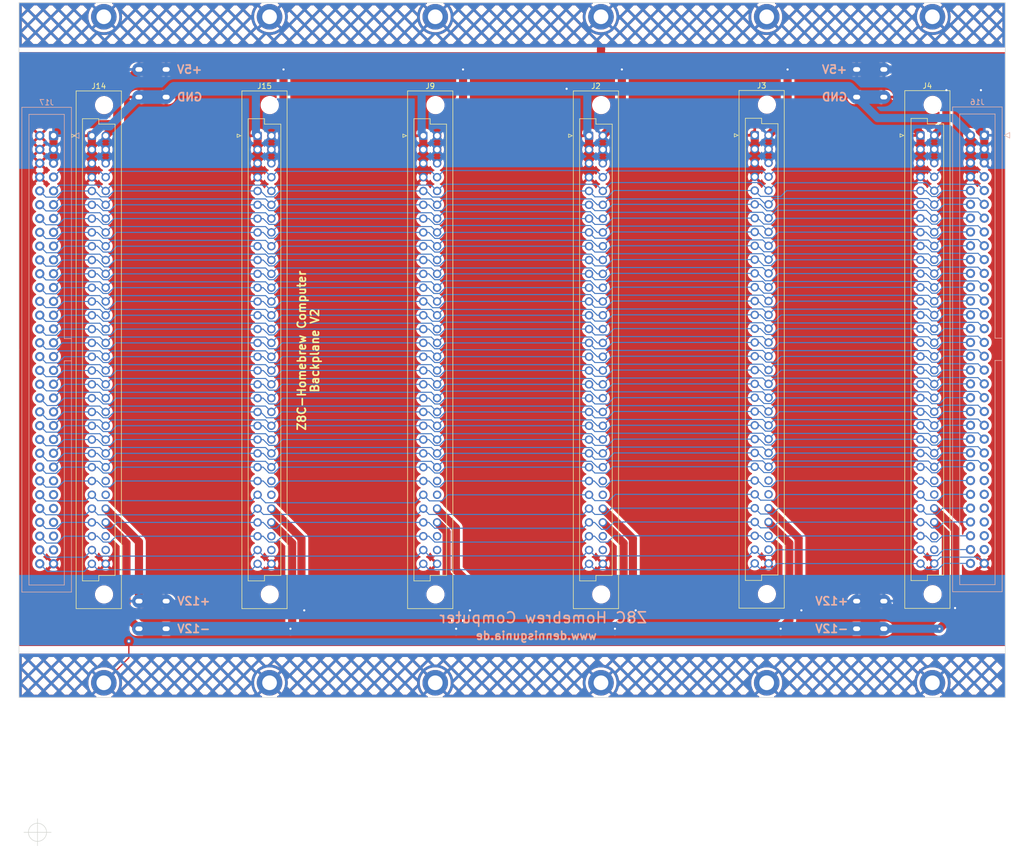
<source format=kicad_pcb>
(kicad_pcb (version 20221018) (generator pcbnew)
  (layers (0 "F.Cu" signal) (31 "B.Cu" signal) (34 "B.Paste" user) (35 "F.Paste" user) (36 "B.SilkS" user "B.Silkscreen") (37 "F.SilkS" user "F.Silkscreen") (38 "B.Mask" user) (39 "F.Mask" user) (44 "Edge.Cuts" user))
  (net 0 "")
  (net 1 "GND")
  (net 2 "/MEMAQ")
  (net 3 "/~{INT3}")
  (net 4 "/A0")
  (net 5 "/A1")
  (net 6 "/A2")
  (net 7 "/A3")
  (net 8 "/A4")
  (net 9 "/A5")
  (net 10 "/A6")
  (net 11 "/A7")
  (net 12 "/A8")
  (net 13 "/A9")
  (net 14 "/A10")
  (net 15 "/A11")
  (net 16 "/A12")
  (net 17 "/A13")
  (net 18 "/A14")
  (net 19 "/A15")
  (net 20 "/~{BUSREQ}")
  (net 21 "/~{BUSACK}")
  (net 22 "/A16")
  (net 23 "/A17")
  (net 24 "/A18")
  (net 25 "/A19")
  (net 26 "/A20")
  (net 27 "/A21")
  (net 28 "/A22")
  (net 29 "/A23")
  (net 30 "+5V")
  (net 31 "/~{INT0}")
  (net 32 "/~{INT1}")
  (net 33 "/~{INT2}")
  (net 34 "/D0")
  (net 35 "/D1")
  (net 36 "/D2")
  (net 37 "/D3")
  (net 38 "/D4")
  (net 39 "/D5")
  (net 40 "/D6")
  (net 41 "/D7")
  (net 42 "/~{RESET}")
  (net 43 "/CLK_CPU")
  (net 44 "/~{INT}")
  (net 45 "/~{NMI}")
  (net 46 "/~{M1}")
  (net 47 "/~{WAIT}")
  (net 48 "/~{HALT}")
  (net 49 "/~{RD}")
  (net 50 "/~{WR}")
  (net 51 "/~{MREQ}")
  (net 52 "/~{IOREQ}")
  (net 53 "+12V")
  (net 54 "-12V")
  (footprint "Connector_DIN:DIN41612_B_2x32_Female_Vertical_THT" (layer "F.Cu") (at 181.92 71.8)
    (fp_text reference "J3")
    (fp_text value "Conn_02x32_Row_Letter_First")
  )
  (footprint "Connector_DIN:DIN41612_B_2x32_Female_Vertical_THT" (layer "F.Cu") (at 212.4 71.83)
    (fp_text reference "J4")
    (fp_text value "Conn_02x32_Row_Letter_First")
  )
  (footprint "MountingHole:MountingHole_2.7mm_M2.5_DIN965_Pad" (layer "F.Cu") (at 184.12 50)
    (fp_text reference "H3" hide)
    (fp_text value "MountingHole_Pad")
  )
  (footprint "MountingHole:MountingHole_2.7mm_M2.5_DIN965_Pad" (layer "F.Cu") (at 92.68 172.5)
    (fp_text reference "H8" hide)
    (fp_text value "MountingHole_Pad")
  )
  (footprint "MountingHole:MountingHole_2.7mm_M2.5_DIN965_Pad" (layer "F.Cu") (at 92.68 50)
    (fp_text reference "H12" hide)
    (fp_text value "MountingHole_Pad")
  )
  (footprint "MountingHole:MountingHole_2.7mm_M2.5_DIN965_Pad" (layer "F.Cu") (at 62.2 172.5)
    (fp_text reference "H10" hide)
    (fp_text value "MountingHole_Pad")
  )
  (footprint "Connector_DIN:DIN41612_B_2x32_Female_Vertical_THT" (layer "F.Cu") (at 60 71.88)
    (fp_text reference "J14")
    (fp_text value "Conn_02x32_Row_Letter_First")
  )
  (footprint "MountingHole:MountingHole_2.7mm_M2.5_DIN965_Pad" (layer "F.Cu") (at 214.6 50)
    (fp_text reference "H1" hide)
    (fp_text value "MountingHole_Pad")
  )
  (footprint "MountingHole:MountingHole_2.7mm_M2.5_DIN965_Pad" (layer "F.Cu") (at 153.64 50)
    (fp_text reference "H5" hide)
    (fp_text value "MountingHole_Pad")
  )
  (footprint "MountingHole:MountingHole_2.7mm_M2.5_DIN965_Pad" (layer "F.Cu") (at 123.16 172.5)
    (fp_text reference "H9" hide)
    (fp_text value "MountingHole_Pad")
  )
  (footprint "Connector_DIN:DIN41612_B_2x32_Female_Vertical_THT" (layer "F.Cu") (at 151.44 71.88)
    (fp_text reference "J2")
    (fp_text value "Conn_02x32_Row_Letter_First")
  )
  (footprint "MountingHole:MountingHole_2.7mm_M2.5_DIN965_Pad" (layer "F.Cu") (at 214.6 172.5)
    (fp_text reference "H4" hide)
    (fp_text value "MountingHole_Pad")
  )
  (footprint "MountingHole:MountingHole_2.7mm_M2.5_DIN965_Pad" (layer "F.Cu") (at 153.64 172.5)
    (fp_text reference "H6" hide)
    (fp_text value "MountingHole_Pad")
  )
  (footprint "Connector_DIN:DIN41612_B_2x32_Female_Vertical_THT" (layer "F.Cu") (at 90.48 71.88)
    (fp_text reference "J15")
    (fp_text value "Conn_02x32_Row_Letter_First")
  )
  (footprint "MountingHole:MountingHole_2.7mm_M2.5_DIN965_Pad" (layer "F.Cu") (at 62.2 50)
    (fp_text reference "H11" hide)
    (fp_text value "MountingHole_Pad")
  )
  (footprint "MountingHole:MountingHole_2.7mm_M2.5_DIN965_Pad" (layer "F.Cu") (at 184.12 172.5)
    (fp_text reference "H2" hide)
    (fp_text value "MountingHole_Pad")
  )
  (footprint "Connector_DIN:DIN41612_B_2x32_Female_Vertical_THT" (layer "F.Cu") (at 120.96 71.88)
    (fp_text reference "J9")
    (fp_text value "Conn_02x32_Row_Letter_First")
  )
  (footprint "MountingHole:MountingHole_2.7mm_M2.5_DIN965_Pad" (layer "F.Cu") (at 123.16 50)
    (fp_text reference "H7" hide)
    (fp_text value "MountingHole_Pad")
  )
  (footprint "digikey-footprints:FS-P475" (layer "B.Cu") (at 71.16 157.48 180)
    (fp_text reference "J10" hide)
    (fp_text value "Conn_01x01_Male")
  )
  (footprint "digikey-footprints:FS-P475" (layer "B.Cu") (at 203.16 59.69 180)
    (fp_text reference "J5" hide)
    (fp_text value "Conn_01x01_Male")
  )
  (footprint "digikey-footprints:FS-P475" (layer "B.Cu") (at 71.16 162.56 180)
    (fp_text reference "J12" hide)
    (fp_text value "Conn_01x01_Male")
  )
  (footprint "digikey-footprints:FS-P475" (layer "B.Cu") (at 203.16 64.77 180)
    (fp_text reference "J8" hide)
    (fp_text value "Conn_01x01_Male")
  )
  (footprint "digikey-footprints:FS-P475" (layer "B.Cu") (at 203.16 162.56 180)
    (fp_text reference "J13" hide)
    (fp_text value "Conn_01x01_Male")
  )
  (footprint "digikey-footprints:FS-P475" (layer "B.Cu") (at 71.16 64.77 180)
    (fp_text reference "J7" hide)
    (fp_text value "Conn_01x01_Male")
  )
  (footprint "digikey-footprints:FS-P475" (layer "B.Cu") (at 71.16 59.69 180)
    (fp_text reference "J6" hide)
    (fp_text value "Conn_01x01_Male")
  )
  (footprint "Connector_IDC:IDC-Header_2x32_P2.54mm_Vertical" (layer "B.Cu") (at 52.95 71.86 180)
    (fp_text reference "J17")
    (fp_text value "Conn_02x32_Odd_Even")
  )
  (footprint "Connector_IDC:IDC-Header_2x32_P2.54mm_Vertical" (layer "B.Cu") (at 224.14 71.8 180)
    (fp_text reference "J16")
    (fp_text value "Conn_02x32_Odd_Even")
  )
  (footprint "digikey-footprints:FS-P475" (layer "B.Cu") (at 203.16 157.48 180)
    (fp_text reference "J11" hide)
    (fp_text value "Conn_01x01_Male")
  )
  (gr_line (start 228 47.4) (end 228 175.2) (stroke (width 0.1)) (layer "Edge.Cuts"))
  (gr_line (start 46.6 47.4) (end 46.6 111.2) (stroke (width 0.1)) (layer "Edge.Cuts"))
  (gr_line (start 46.6 111.2) (end 46.6 175.2) (stroke (width 0.1)) (layer "Edge.Cuts"))
  (gr_line (start 46.6 175.2) (end 228 175.2) (stroke (width 0.1)) (layer "Edge.Cuts"))
  (gr_line (start 228 47.4) (end 46.6 47.4) (stroke (width 0.1)) (layer "Edge.Cuts"))
  (gr_text "GND" (at 77.978 64.77) (layer "B.SilkS") (effects (font (size 1.5 1.5) (thickness 0.3)) (justify mirror)))
  (gr_text "-12V" (at 78.74 162.56) (layer "B.SilkS") (effects (font (size 1.5 1.5) (thickness 0.3)) (justify mirror)))
  (gr_text "www.dennisgunia.de" (at 141.732 163.83) (layer "B.SilkS") (effects (font (size 1.5 1.5) (thickness 0.3)) (justify mirror)))
  (gr_text "+12V" (at 196.088 157.48) (layer "B.SilkS") (effects (font (size 1.5 1.5) (thickness 0.3)) (justify mirror)))
  (gr_text "Z8C Homebrew Computer" (at 143.002 160.528) (layer "B.SilkS") (effects (font (size 2 2) (thickness 0.3)) (justify mirror)))
  (gr_text "+5V" (at 196.596 59.69) (layer "B.SilkS") (effects (font (size 1.5 1.5) (thickness 0.3)) (justify mirror)))
  (gr_text "+5V" (at 77.978 59.69) (layer "B.SilkS") (effects (font (size 1.5 1.5) (thickness 0.3)) (justify mirror)))
  (gr_text "+12V" (at 78.74 157.48) (layer "B.SilkS") (effects (font (size 1.5 1.5) (thickness 0.3)) (justify mirror)))
  (gr_text "GND" (at 196.596 64.77) (layer "B.SilkS") (effects (font (size 1.5 1.5) (thickness 0.3)) (justify mirror)))
  (gr_text "-12V" (at 196.088 162.56) (layer "B.SilkS") (effects (font (size 1.5 1.5) (thickness 0.3)) (justify mirror)))
  (gr_text "Z8C-Homebrew Computer\nBackplane V2" (at 99.8 111.4 90) (layer "F.SilkS") (effects (font (size 1.5 1.5) (thickness 0.3))))
  (target plus (at 50 200) (size 5) (width 0.1) (layer "Edge.Cuts"))
  (segment (start 181.92 71.8) (end 181.735 71.615) (width 1.5) (layer "F.Cu") (net 1))
  (segment (start 153.64 56.925) (end 147.32 63.245) (width 1.5) (layer "F.Cu") (net 1))
  (segment (start 90.48 71.88) (end 90.295479 71.695479) (width 1.5) (layer "F.Cu") (net 1))
  (segment (start 214.6 172.5) (end 212.250001 170.150001) (width 0.25) (layer "F.Cu") (net 1))
  (segment (start 60 79.5) (end 60 71.88) (width 1.5) (layer "F.Cu") (net 1))
  (segment (start 153.64 56.925) (end 153.64 55.91) (width 1.5) (layer "F.Cu") (net 1))
  (segment (start 221.6 79.42) (end 221.6 71.8) (width 1.5) (layer "F.Cu") (net 1))
  (segment (start 90.48 79.5) (end 90.48 71.88) (width 1.5) (layer "F.Cu") (net 1))
  (segment (start 213.36 51.24) (end 214.6 50) (width 1.5) (layer "F.Cu") (net 1))
  (segment (start 120.96 71.88) (end 120.775479 71.695479) (width 1.5) (layer "F.Cu") (net 1))
  (segment (start 212.4 79.45) (end 212.4 71.83) (width 1.5) (layer "F.Cu") (net 1))
  (segment (start 212.4 71.83) (end 212.215 71.645) (width 1.5) (layer "F.Cu") (net 1))
  (segment (start 151.44 71.88) (end 151.44 79.5) (width 1.5) (layer "F.Cu") (net 1))
  (segment (start 153.64 55.91) (end 153.67 55.88) (width 1.5) (layer "F.Cu") (net 1))
  (segment (start 60 71.88) (end 59.815479 71.695479) (width 1.5) (layer "F.Cu") (net 1))
  (segment (start 64.664521 170.035479) (end 66.802 167.898) (width 0.25) (layer "F.Cu") (net 1))
  (segment (start 120.96 79.5) (end 120.96 71.88) (width 1.5) (layer "F.Cu") (net 1))
  (segment (start 181.92 79.42) (end 181.92 71.8) (width 1.5) (layer "F.Cu") (net 1))
  (segment (start 66.802 167.898) (end 66.802 164.846) (width 0.25) (layer "F.Cu") (net 1))
  (segment (start 212.4 71.51) (end 205.66 64.77) (width 1.5) (layer "F.Cu") (net 1))
  (segment (start 62.2 172.5) (end 64.664521 170.035479) (width 0.25) (layer "F.Cu") (net 1))
  (segment (start 212.4 71.83) (end 212.4 71.51) (width 1.5) (layer "F.Cu") (net 1))
  (via (at 147.32 63.245) (size 0.8) (drill 0.4) (layers "F.Cu" "B.Cu") (net 1))
  (via (at 66.802 164.846) (size 0.8) (drill 0.4) (layers "F.Cu" "B.Cu") (net 1))
  (segment (start 75.185 63.245) (end 73.66 64.77) (width 2.5) (layer "B.Cu") (net 1))
  (segment (start 63.275 70.155) (end 68.66 64.77) (width 1.5) (layer "B.Cu") (net 1))
  (segment (start 120.96 71.88) (end 120.65 71.57) (width 1.5) (layer "B.Cu") (net 1))
  (segment (start 218.425 68.625) (end 204.515 68.625) (width 1.5) (layer "B.Cu") (net 1))
  (segment (start 216.12 149.39) (end 222.99 149.39) (width 0.2) (layer "B.Cu") (net 1))
  (segment (start 214.94 150.57) (end 216.12 149.39) (width 0.2) (layer "B.Cu") (net 1))
  (segment (start 199.135 63.245) (end 151.13 63.245) (width 2.5) (layer "B.Cu") (net 1))
  (segment (start 61.725 70.155) (end 63.275 70.155) (width 1.5) (layer "B.Cu") (net 1))
  (segment (start 60 71.88) (end 61.725 70.155) (width 1.5) (layer "B.Cu") (net 1))
  (segment (start 147.32 63.245) (end 120.65 63.245) (width 2.5) (layer "B.Cu") (net 1))
  (segment (start 90.48 71.88) (end 90.17 71.57) (width 1.5) (layer "B.Cu") (net 1))
  (segment (start 90.17 71.57) (end 90.17 63.245) (width 1.5) (layer "B.Cu") (net 1))
  (segment (start 205.66 64.77) (end 200.66 64.77) (width 2.5) (layer "B.Cu") (net 1))
  (segment (start 90.17 63.245) (end 75.185 63.245) (width 2.5) (layer "B.Cu") (net 1))
  (segment (start 151.13 71.57) (end 151.13 63.245) (width 1.5) (layer "B.Cu") (net 1))
  (segment (start 221.6 71.8) (end 218.425 68.625) (width 1.5) (layer "B.Cu") (net 1))
  (segment (start 68.66 64.77) (end 73.66 64.77) (width 2.5) (layer "B.Cu") (net 1))
  (segment (start 200.66 64.77) (end 199.135 63.245) (width 2.5) (layer "B.Cu") (net 1))
  (segment (start 151.13 63.245) (end 147.32 63.245) (width 2.5) (layer "B.Cu") (net 1))
  (segment (start 151.44 71.88) (end 151.13 71.57) (width 1.5) (layer "B.Cu") (net 1))
  (segment (start 222.99 149.39) (end 224.14 150.54) (width 0.2) (layer "B.Cu") (net 1))
  (segment (start 204.515 68.625) (end 200.66 64.77) (width 1.5) (layer "B.Cu") (net 1))
  (segment (start 120.65 63.245) (end 90.17 63.245) (width 2.5) (layer "B.Cu") (net 1))
  (segment (start 120.65 71.57) (end 120.65 63.245) (width 1.5) (layer "B.Cu") (net 1))
  (segment (start 213.41972 81.99) (end 214.49472 83.065) (width 0.2) (layer "B.Cu") (net 2))
  (segment (start 53.426144 83.169511) (end 51.559511 83.169511) (width 0.2) (layer "B.Cu") (net 2))
  (segment (start 152.515 83.115) (end 151.44 82.04) (width 0.2) (layer "B.Cu") (net 2))
  (segment (start 94.539589 82.04) (end 93.465078 83.114511) (width 0.2) (layer "B.Cu") (net 2))
  (segment (start 122.642503 83.157497) (end 121.525006 82.04) (width 0.2) (layer "B.Cu") (net 2))
  (segment (start 124.29307 83.157497) (end 122.642503 83.157497) (width 0.2) (layer "B.Cu") (net 2))
  (segment (start 151.44 82.04) (end 125.410568 82.04) (width 0.2) (layer "B.Cu") (net 2))
  (segment (start 120.96 82.04) (end 94.539589 82.04) (width 0.2) (layer "B.Cu") (net 2))
  (segment (start 64.059589 82.04) (end 62.985078 83.114511) (width 0.2) (layer "B.Cu") (net 2))
  (segment (start 60 82.04) (end 54.555655 82.04) (width 0.2) (layer "B.Cu") (net 2))
  (segment (start 154.883 83.115) (end 152.515 83.115) (width 0.2) (layer "B.Cu") (net 2))
  (segment (start 182.995 83.035) (end 186.713 83.035) (width 0.2) (layer "B.Cu") (net 2))
  (segment (start 51.559511 83.169511) (end 50.41 82.02) (width 0.2) (layer "B.Cu") (net 2))
  (segment (start 91.04 82.04) (end 90.48 82.04) (width 0.2) (layer "B.Cu") (net 2))
  (segment (start 60.565006 82.04) (end 60 82.04) (width 0.2) (layer "B.Cu") (net 2))
  (segment (start 156.038 81.96) (end 154.883 83.115) (width 0.2) (layer "B.Cu") (net 2))
  (segment (start 62.985078 83.114511) (end 61.639517 83.114511) (width 0.2) (layer "B.Cu") (net 2))
  (segment (start 93.465078 83.114511) (end 92.114511 83.114511) (width 0.2) (layer "B.Cu") (net 2))
  (segment (start 124.553284 82.897284) (end 124.29307 83.157497) (width 0.2) (layer "B.Cu") (net 2))
  (segment (start 215.385 83.065) (end 216.49 81.96) (width 0.2) (layer "B.Cu") (net 2))
  (segment (start 54.555655 82.04) (end 53.426144 83.169511) (width 0.2) (layer "B.Cu") (net 2))
  (segment (start 212.4 81.99) (end 213.41972 81.99) (width 0.2) (layer "B.Cu") (net 2))
  (segment (start 61.639517 83.114511) (end 60.565006 82.04) (width 0.2) (layer "B.Cu") (net 2))
  (segment (start 121.525006 82.04) (end 120.96 82.04) (width 0.2) (layer "B.Cu") (net 2))
  (segment (start 181.92 81.96) (end 156.038 81.96) (width 0.2) (layer "B.Cu") (net 2))
  (segment (start 186.713 83.035) (end 187.758 81.99) (width 0.2) (layer "B.Cu") (net 2))
  (segment (start 92.114511 83.114511) (end 91.04 82.04) (width 0.2) (layer "B.Cu") (net 2))
  (segment (start 216.49 81.96) (end 221.6 81.96) (width 0.2) (layer "B.Cu") (net 2))
  (segment (start 181.92 81.96) (end 182.995 83.035) (width 0.2) (layer "B.Cu") (net 2))
  (segment (start 125.410568 82.04) (end 124.553284 82.897284) (width 0.2) (layer "B.Cu") (net 2))
  (segment (start 214.49472 83.065) (end 215.385 83.065) (width 0.2) (layer "B.Cu") (net 2))
  (segment (start 187.758 81.99) (end 212.4 81.99) (width 0.2) (layer "B.Cu") (net 2))
  (segment (start 90.48 82.04) (end 64.059589 82.04) (width 0.2) (layer "B.Cu") (net 2))
  (segment (start 155.784 84.5) (end 181.92 84.5) (width 0.2) (layer "B.Cu") (net 3))
  (segment (start 181.92 84.5) (end 182.93972 84.5) (width 0.2) (layer "B.Cu") (net 3))
  (segment (start 50.41 84.56) (end 51.559511 85.709511) (width 0.2) (layer "B.Cu") (net 3))
  (segment (start 123.054922 85.654511) (end 124.345489 85.654511) (width 0.2) (layer "B.Cu") (net 3))
  (segment (start 120.96 84.58) (end 121.980411 84.58) (width 0.2) (layer "B.Cu") (net 3))
  (segment (start 184.122877 85.683157) (end 185.251157 85.683157) (width 0.2) (layer "B.Cu") (net 3))
  (segment (start 61.020411 84.58) (end 62.094922 85.654511) (width 0.2) (layer "B.Cu") (net 3))
  (segment (start 94.62 84.58) (end 120.96 84.58) (width 0.2) (layer "B.Cu") (net 3))
  (segment (start 152.515 85.655) (end 154.629 85.655) (width 0.2) (layer "B.Cu") (net 3))
  (segment (start 212.4 84.53) (end 213.41972 84.53) (width 0.2) (layer "B.Cu") (net 3))
  (segment (start 54.555655 84.58) (end 60 84.58) (width 0.2) (layer "B.Cu") (net 3))
  (segment (start 213.41972 84.53) (end 214.49472 85.605) (width 0.2) (layer "B.Cu") (net 3))
  (segment (start 125.42 84.58) (end 124.345489 85.654511) (width 0.2) (layer "B.Cu") (net 3))
  (segment (start 186.404315 84.53) (end 212.4 84.53) (width 0.2) (layer "B.Cu") (net 3))
  (segment (start 154.629 85.655) (end 155.784 84.5) (width 0.2) (layer "B.Cu") (net 3))
  (segment (start 215.639 85.605) (end 216.744 84.5) (width 0.2) (layer "B.Cu") (net 3))
  (segment (start 63.345489 85.654511) (end 64.42 84.58) (width 0.2) (layer "B.Cu") (net 3))
  (segment (start 92.574922 85.654511) (end 93.545489 85.654511) (width 0.2) (layer "B.Cu") (net 3))
  (segment (start 60 84.58) (end 61.020411 84.58) (width 0.2) (layer "B.Cu") (net 3))
  (segment (start 214.49472 85.605) (end 215.639 85.605) (width 0.2) (layer "B.Cu") (net 3))
  (segment (start 91.500411 84.58) (end 92.574922 85.654511) (width 0.2) (layer "B.Cu") (net 3))
  (segment (start 185.251157 85.683157) (end 186.404315 84.53) (width 0.2) (layer "B.Cu") (net 3))
  (segment (start 182.93972 84.5) (end 184.122877 85.683157) (width 0.2) (layer "B.Cu") (net 3))
  (segment (start 53.426144 85.709511) (end 54.555655 84.58) (width 0.2) (layer "B.Cu") (net 3))
  (segment (start 151.44 84.58) (end 125.42 84.58) (width 0.2) (layer "B.Cu") (net 3))
  (segment (start 121.980411 84.58) (end 123.054922 85.654511) (width 0.2) (layer "B.Cu") (net 3))
  (segment (start 216.744 84.5) (end 221.6 84.5) (width 0.2) (layer "B.Cu") (net 3))
  (segment (start 90.48 84.58) (end 91.500411 84.58) (width 0.2) (layer "B.Cu") (net 3))
  (segment (start 93.545489 85.654511) (end 94.62 84.58) (width 0.2) (layer "B.Cu") (net 3))
  (segment (start 62.094922 85.654511) (end 63.345489 85.654511) (width 0.2) (layer "B.Cu") (net 3))
  (segment (start 151.44 84.58) (end 152.515 85.655) (width 0.2) (layer "B.Cu") (net 3))
  (segment (start 64.42 84.58) (end 90.48 84.58) (width 0.2) (layer "B.Cu") (net 3))
  (segment (start 51.559511 85.709511) (end 53.426144 85.709511) (width 0.2) (layer "B.Cu") (net 3))
  (segment (start 51.559511 88.249511) (end 53.775483 88.249511) (width 0.2) (layer "B.Cu") (net 4))
  (segment (start 212.4 87.07) (end 213.41972 87.07) (width 0.2) (layer "B.Cu") (net 4))
  (segment (start 61.020411 87.12) (end 62.094922 88.194511) (width 0.2) (layer "B.Cu") (net 4))
  (segment (start 90.48 87.12) (end 91.500411 87.12) (width 0.2) (layer "B.Cu") (net 4))
  (segment (start 54.88 87.12) (end 60 87.12) (width 0.2) (layer "B.Cu") (net 4))
  (segment (start 62.094922 88.194511) (end 62.985078 88.194511) (width 0.2) (layer "B.Cu") (net 4))
  (segment (start 94.88 87.12) (end 120.96 87.12) (width 0.2) (layer "B.Cu") (net 4))
  (segment (start 214.49472 88.145) (end 215.385 88.145) (width 0.2) (layer "B.Cu") (net 4))
  (segment (start 183.583686 88.138) (end 182.485686 87.04) (width 0.2) (layer "B.Cu") (net 4))
  (segment (start 123.054922 88.194511) (end 123.698 88.194511) (width 0.2) (layer "B.Cu") (net 4))
  (segment (start 54.6 87.424994) (end 54.6 87.4) (width 0.2) (layer "B.Cu") (net 4))
  (segment (start 184.912 88.138) (end 183.583686 88.138) (width 0.2) (layer "B.Cu") (net 4))
  (segment (start 182.485686 87.04) (end 181.92 87.04) (width 0.2) (layer "B.Cu") (net 4))
  (segment (start 54.6 87.4) (end 54.88 87.12) (width 0.2) (layer "B.Cu") (net 4))
  (segment (start 121.980411 87.12) (end 123.054922 88.194511) (width 0.2) (layer "B.Cu") (net 4))
  (segment (start 120.96 87.12) (end 121.980411 87.12) (width 0.2) (layer "B.Cu") (net 4))
  (segment (start 215.385 88.145) (end 216.49 87.04) (width 0.2) (layer "B.Cu") (net 4))
  (segment (start 60 87.12) (end 61.020411 87.12) (width 0.2) (layer "B.Cu") (net 4))
  (segment (start 151.44 87.12) (end 125.02028 87.12) (width 0.2) (layer "B.Cu") (net 4))
  (segment (start 91.500411 87.12) (end 92.574922 88.194511) (width 0.2) (layer "B.Cu") (net 4))
  (segment (start 155.784 87.04) (end 181.92 87.04) (width 0.2) (layer "B.Cu") (net 4))
  (segment (start 185.98 87.07) (end 184.912 88.138) (width 0.2) (layer "B.Cu") (net 4))
  (segment (start 123.945769 88.194511) (end 123.698 88.194511) (width 0.2) (layer "B.Cu") (net 4))
  (segment (start 151.44 87.12) (end 152.515 88.195) (width 0.2) (layer "B.Cu") (net 4))
  (segment (start 216.49 87.04) (end 221.6 87.04) (width 0.2) (layer "B.Cu") (net 4))
  (segment (start 92.574922 88.194511) (end 93.805489 88.194511) (width 0.2) (layer "B.Cu") (net 4))
  (segment (start 53.775483 88.249511) (end 54.6 87.424994) (width 0.2) (layer "B.Cu") (net 4))
  (segment (start 212.4 87.07) (end 185.98 87.07) (width 0.2) (layer "B.Cu") (net 4))
  (segment (start 64.059589 87.12) (end 90.48 87.12) (width 0.2) (layer "B.Cu") (net 4))
  (segment (start 154.629 88.195) (end 155.784 87.04) (width 0.2) (layer "B.Cu") (net 4))
  (segment (start 125.02028 87.12) (end 123.945769 88.194511) (width 0.2) (layer "B.Cu") (net 4))
  (segment (start 93.805489 88.194511) (end 94.88 87.12) (width 0.2) (layer "B.Cu") (net 4))
  (segment (start 50.41 87.1) (end 51.559511 88.249511) (width 0.2) (layer "B.Cu") (net 4))
  (segment (start 152.515 88.195) (end 154.629 88.195) (width 0.2) (layer "B.Cu") (net 4))
  (segment (start 62.985078 88.194511) (end 64.059589 87.12) (width 0.2) (layer "B.Cu") (net 4))
  (segment (start 213.41972 87.07) (end 214.49472 88.145) (width 0.2) (layer "B.Cu") (net 4))
  (segment (start 61.020411 89.66) (end 62.094922 90.734511) (width 0.2) (layer "B.Cu") (net 5))
  (segment (start 64.54 89.66) (end 90.48 89.66) (width 0.2) (layer "B.Cu") (net 5))
  (segment (start 53.426144 90.789511) (end 54.555655 89.66) (width 0.2) (layer "B.Cu") (net 5))
  (segment (start 213.41972 89.61) (end 214.49472 90.685) (width 0.2) (layer "B.Cu") (net 5))
  (segment (start 154.629 90.735) (end 155.784 89.58) (width 0.2) (layer "B.Cu") (net 5))
  (segment (start 123.912783 90.767497) (end 123.444 90.767497) (width 0.2) (layer "B.Cu") (net 5))
  (segment (start 214.49472 90.685) (end 215.385 90.685) (width 0.2) (layer "B.Cu") (net 5))
  (segment (start 212.4 89.61) (end 213.41972 89.61) (width 0.2) (layer "B.Cu") (net 5))
  (segment (start 185.166 90.678) (end 183.583686 90.678) (width 0.2) (layer "B.Cu") (net 5))
  (segment (start 152.515 90.735) (end 154.629 90.735) (width 0.2) (layer "B.Cu") (net 5))
  (segment (start 93.465489 90.734511) (end 94.54 89.66) (width 0.2) (layer "B.Cu") (net 5))
  (segment (start 212.4 89.61) (end 186.234 89.61) (width 0.2) (layer "B.Cu") (net 5))
  (segment (start 50.41 89.64) (end 51.559511 90.789511) (width 0.2) (layer "B.Cu") (net 5))
  (segment (start 155.784 89.58) (end 181.92 89.58) (width 0.2) (layer "B.Cu") (net 5))
  (segment (start 60 89.66) (end 61.020411 89.66) (width 0.2) (layer "B.Cu") (net 5))
  (segment (start 121.980411 89.66) (end 123.087908 90.767497) (width 0.2) (layer "B.Cu") (net 5))
  (segment (start 151.44 89.66) (end 125.02028 89.66) (width 0.2) (layer "B.Cu") (net 5))
  (segment (start 54.555655 89.66) (end 60 89.66) (width 0.2) (layer "B.Cu") (net 5))
  (segment (start 94.54 89.66) (end 120.96 89.66) (width 0.2) (layer "B.Cu") (net 5))
  (segment (start 91.500411 89.66) (end 92.574922 90.734511) (width 0.2) (layer "B.Cu") (net 5))
  (segment (start 123.087908 90.767497) (end 123.444 90.767497) (width 0.2) (layer "B.Cu") (net 5))
  (segment (start 63.465489 90.734511) (end 64.54 89.66) (width 0.2) (layer "B.Cu") (net 5))
  (segment (start 182.485686 89.58) (end 181.92 89.58) (width 0.2) (layer "B.Cu") (net 5))
  (segment (start 51.559511 90.789511) (end 53.426144 90.789511) (width 0.2) (layer "B.Cu") (net 5))
  (segment (start 120.96 89.66) (end 121.980411 89.66) (width 0.2) (layer "B.Cu") (net 5))
  (segment (start 183.583686 90.678) (end 182.485686 89.58) (width 0.2) (layer "B.Cu") (net 5))
  (segment (start 125.02028 89.66) (end 123.912783 90.767497) (width 0.2) (layer "B.Cu") (net 5))
  (segment (start 90.48 89.66) (end 91.500411 89.66) (width 0.2) (layer "B.Cu") (net 5))
  (segment (start 216.49 89.58) (end 221.6 89.58) (width 0.2) (layer "B.Cu") (net 5))
  (segment (start 186.234 89.61) (end 185.166 90.678) (width 0.2) (layer "B.Cu") (net 5))
  (segment (start 92.574922 90.734511) (end 93.465489 90.734511) (width 0.2) (layer "B.Cu") (net 5))
  (segment (start 62.094922 90.734511) (end 63.465489 90.734511) (width 0.2) (layer "B.Cu") (net 5))
  (segment (start 151.44 89.66) (end 152.515 90.735) (width 0.2) (layer "B.Cu") (net 5))
  (segment (start 215.385 90.685) (end 216.49 89.58) (width 0.2) (layer "B.Cu") (net 5))
  (segment (start 51.63 93.4) (end 53.704994 93.4) (width 0.2) (layer "B.Cu") (net 6))
  (segment (start 151.44 92.2) (end 152.515 93.275) (width 0.2) (layer "B.Cu") (net 6))
  (segment (start 93.594994 93.6) (end 94.994994 92.2) (width 0.2) (layer "B.Cu") (net 6))
  (segment (start 155.58028 92.12) (end 181.92 92.12) (width 0.2) (layer "B.Cu") (net 6))
  (segment (start 154.42528 93.275) (end 155.58028 92.12) (width 0.2) (layer "B.Cu") (net 6))
  (segment (start 62.094922 93.274511) (end 63.525489 93.274511) (width 0.2) (layer "B.Cu") (net 6))
  (segment (start 64.6 92.2) (end 90.48 92.2) (width 0.2) (layer "B.Cu") (net 6))
  (segment (start 216.744 92.12) (end 221.6 92.12) (width 0.2) (layer "B.Cu") (net 6))
  (segment (start 123.945769 93.274511) (end 123.054922 93.274511) (width 0.2) (layer "B.Cu") (net 6))
  (segment (start 120.96 92.2) (end 121.980411 92.2) (width 0.2) (layer "B.Cu") (net 6))
  (segment (start 63.525489 93.274511) (end 64.6 92.2) (width 0.2) (layer "B.Cu") (net 6))
  (segment (start 212.4 92.15) (end 213.41972 92.15) (width 0.2) (layer "B.Cu") (net 6))
  (segment (start 183.583686 93.218) (end 182.485686 92.12) (width 0.2) (layer "B.Cu") (net 6))
  (segment (start 121.980411 92.2) (end 123.054922 93.274511) (width 0.2) (layer "B.Cu") (net 6))
  (segment (start 90.48 92.2) (end 91.045006 92.2) (width 0.2) (layer "B.Cu") (net 6))
  (segment (start 214.49472 93.225) (end 215.639 93.225) (width 0.2) (layer "B.Cu") (net 6))
  (segment (start 61.020411 92.2) (end 62.094922 93.274511) (width 0.2) (layer "B.Cu") (net 6))
  (segment (start 94.994994 92.2) (end 120.96 92.2) (width 0.2) (layer "B.Cu") (net 6))
  (segment (start 215.639 93.225) (end 216.744 92.12) (width 0.2) (layer "B.Cu") (net 6))
  (segment (start 212.4 92.15) (end 186.234 92.15) (width 0.2) (layer "B.Cu") (net 6))
  (segment (start 152.515 93.275) (end 154.42528 93.275) (width 0.2) (layer "B.Cu") (net 6))
  (segment (start 60 92.2) (end 61.020411 92.2) (width 0.2) (layer "B.Cu") (net 6))
  (segment (start 53.704994 93.4) (end 54.904994 92.2) (width 0.2) (layer "B.Cu") (net 6))
  (segment (start 151.44 92.2) (end 125.02028 92.2) (width 0.2) (layer "B.Cu") (net 6))
  (segment (start 182.485686 92.12) (end 181.92 92.12) (width 0.2) (layer "B.Cu") (net 6))
  (segment (start 125.02028 92.2) (end 123.945769 93.274511) (width 0.2) (layer "B.Cu") (net 6))
  (segment (start 50.41 92.18) (end 51.63 93.4) (width 0.2) (layer "B.Cu") (net 6))
  (segment (start 213.41972 92.15) (end 214.49472 93.225) (width 0.2) (layer "B.Cu") (net 6))
  (segment (start 185.166 93.218) (end 183.583686 93.218) (width 0.2) (layer "B.Cu") (net 6))
  (segment (start 54.904994 92.2) (end 60 92.2) (width 0.2) (layer "B.Cu") (net 6))
  (segment (start 186.234 92.15) (end 185.166 93.218) (width 0.2) (layer "B.Cu") (net 6))
  (segment (start 91.045006 92.2) (end 92.445006 93.6) (width 0.2) (layer "B.Cu") (net 6))
  (segment (start 92.445006 93.6) (end 93.594994 93.6) (width 0.2) (layer "B.Cu") (net 6))
  (segment (start 92.574922 95.814511) (end 93.465078 95.814511) (width 0.2) (layer "B.Cu") (net 7))
  (segment (start 54.555655 94.74) (end 60 94.74) (width 0.2) (layer "B.Cu") (net 7))
  (segment (start 213.41972 94.69) (end 214.49472 95.765) (width 0.2) (layer "B.Cu") (net 7))
  (segment (start 212.4 94.69) (end 185.98 94.69) (width 0.2) (layer "B.Cu") (net 7))
  (segment (start 62.280411 96) (end 63 96) (width 0.2) (layer "B.Cu") (net 7))
  (segment (start 216.49 94.66) (end 221.6 94.66) (width 0.2) (layer "B.Cu") (net 7))
  (segment (start 185.98 94.69) (end 184.912 95.758) (width 0.2) (layer "B.Cu") (net 7))
  (segment (start 53.426144 95.869511) (end 54.555655 94.74) (width 0.2) (layer "B.Cu") (net 7))
  (segment (start 51.559511 95.869511) (end 53.426144 95.869511) (width 0.2) (layer "B.Cu") (net 7))
  (segment (start 50.41 94.72) (end 51.559511 95.869511) (width 0.2) (layer "B.Cu") (net 7))
  (segment (start 214.49472 95.765) (end 215.385 95.765) (width 0.2) (layer "B.Cu") (net 7))
  (segment (start 151.44 94.74) (end 152.515 95.815) (width 0.2) (layer "B.Cu") (net 7))
  (segment (start 155.784 94.66) (end 181.92 94.66) (width 0.2) (layer "B.Cu") (net 7))
  (segment (start 182.485686 94.66) (end 181.92 94.66) (width 0.2) (layer "B.Cu") (net 7))
  (segment (start 93.465078 95.814511) (end 94.539589 94.74) (width 0.2) (layer "B.Cu") (net 7))
  (segment (start 121.980411 94.74) (end 123.054922 95.814511) (width 0.2) (layer "B.Cu") (net 7))
  (segment (start 64.26 94.74) (end 90.48 94.74) (width 0.2) (layer "B.Cu") (net 7))
  (segment (start 183.583686 95.758) (end 182.485686 94.66) (width 0.2) (layer "B.Cu") (net 7))
  (segment (start 61.020411 94.74) (end 62.280411 96) (width 0.2) (layer "B.Cu") (net 7))
  (segment (start 94.539589 94.74) (end 120.96 94.74) (width 0.2) (layer "B.Cu") (net 7))
  (segment (start 90.48 94.74) (end 91.500411 94.74) (width 0.2) (layer "B.Cu") (net 7))
  (segment (start 151.44 94.74) (end 125.02028 94.74) (width 0.2) (layer "B.Cu") (net 7))
  (segment (start 123.054922 95.814511) (end 123.698 95.814511) (width 0.2) (layer "B.Cu") (net 7))
  (segment (start 154.629 95.815) (end 155.784 94.66) (width 0.2) (layer "B.Cu") (net 7))
  (segment (start 184.912 95.758) (end 183.583686 95.758) (width 0.2) (layer "B.Cu") (net 7))
  (segment (start 152.515 95.815) (end 154.629 95.815) (width 0.2) (layer "B.Cu") (net 7))
  (segment (start 123.945769 95.814511) (end 123.698 95.814511) (width 0.2) (layer "B.Cu") (net 7))
  (segment (start 215.385 95.765) (end 216.49 94.66) (width 0.2) (layer "B.Cu") (net 7))
  (segment (start 125.02028 94.74) (end 123.945769 95.814511) (width 0.2) (layer "B.Cu") (net 7))
  (segment (start 91.500411 94.74) (end 92.574922 95.814511) (width 0.2) (layer "B.Cu") (net 7))
  (segment (start 212.4 94.69) (end 213.41972 94.69) (width 0.2) (layer "B.Cu") (net 7))
  (segment (start 120.96 94.74) (end 121.980411 94.74) (width 0.2) (layer "B.Cu") (net 7))
  (segment (start 63 96) (end 64.26 94.74) (width 0.2) (layer "B.Cu") (net 7))
  (segment (start 60 94.74) (end 61.020411 94.74) (width 0.2) (layer "B.Cu") (net 7))
  (segment (start 151.44 97.28) (end 125.02028 97.28) (width 0.2) (layer "B.Cu") (net 8))
  (segment (start 125.02028 97.28) (end 123.945769 98.354511) (width 0.2) (layer "B.Cu") (net 8))
  (segment (start 215.385 98.305) (end 216.49 97.2) (width 0.2) (layer "B.Cu") (net 8))
  (segment (start 155.58028 97.2) (end 181.92 97.2) (width 0.2) (layer "B.Cu") (net 8))
  (segment (start 62.985078 98.354511) (end 64.059589 97.28) (width 0.2) (layer "B.Cu") (net 8))
  (segment (start 54.4 97.4) (end 54.52 97.28) (width 0.2) (layer "B.Cu") (net 8))
  (segment (start 182.485686 97.2) (end 181.92 97.2) (width 0.2) (layer "B.Cu") (net 8))
  (segment (start 91.500411 97.28) (end 92.574922 98.354511) (width 0.2) (layer "B.Cu") (net 8))
  (segment (start 93.465078 98.354511) (end 94.539589 97.28) (width 0.2) (layer "B.Cu") (net 8))
  (segment (start 64.059589 97.28) (end 90.48 97.28) (width 0.2) (layer "B.Cu") (net 8))
  (segment (start 216.49 97.2) (end 221.6 97.2) (width 0.2) (layer "B.Cu") (net 8))
  (segment (start 186.234 97.23) (end 184.912 98.552) (width 0.2) (layer "B.Cu") (net 8))
  (segment (start 121.980411 97.28) (end 123.054922 98.354511) (width 0.2) (layer "B.Cu") (net 8))
  (segment (start 62.094922 98.354511) (end 62.985078 98.354511) (width 0.2) (layer "B.Cu") (net 8))
  (segment (start 154.42528 98.355) (end 155.58028 97.2) (width 0.2) (layer "B.Cu") (net 8))
  (segment (start 214.49472 98.305) (end 215.385 98.305) (width 0.2) (layer "B.Cu") (net 8))
  (segment (start 54.4 97.435655) (end 54.4 97.4) (width 0.2) (layer "B.Cu") (net 8))
  (segment (start 51.559511 98.409511) (end 53.426144 98.409511) (width 0.2) (layer "B.Cu") (net 8))
  (segment (start 212.4 97.23) (end 213.41972 97.23) (width 0.2) (layer "B.Cu") (net 8))
  (segment (start 152.515 98.355) (end 154.42528 98.355) (width 0.2) (layer "B.Cu") (net 8))
  (segment (start 183.837686 98.552) (end 182.485686 97.2) (width 0.2) (layer "B.Cu") (net 8))
  (segment (start 54.52 97.28) (end 60 97.28) (width 0.2) (layer "B.Cu") (net 8))
  (segment (start 123.054922 98.354511) (end 123.698 98.354511) (width 0.2) (layer "B.Cu") (net 8))
  (segment (start 94.539589 97.28) (end 120.96 97.28) (width 0.2) (layer "B.Cu") (net 8))
  (segment (start 123.945769 98.354511) (end 123.698 98.354511) (width 0.2) (layer "B.Cu") (net 8))
  (segment (start 60 97.28) (end 61.020411 97.28) (width 0.2) (layer "B.Cu") (net 8))
  (segment (start 50.41 97.26) (end 51.559511 98.409511) (width 0.2) (layer "B.Cu") (net 8))
  (segment (start 90.48 97.28) (end 91.500411 97.28) (width 0.2) (layer "B.Cu") (net 8))
  (segment (start 212.4 97.23) (end 186.234 97.23) (width 0.2) (layer "B.Cu") (net 8))
  (segment (start 184.912 98.552) (end 183.837686 98.552) (width 0.2) (layer "B.Cu") (net 8))
  (segment (start 61.020411 97.28) (end 62.094922 98.354511) (width 0.2) (layer "B.Cu") (net 8))
  (segment (start 213.41972 97.23) (end 214.49472 98.305) (width 0.2) (layer "B.Cu") (net 8))
  (segment (start 53.426144 98.409511) (end 54.4 97.435655) (width 0.2) (layer "B.Cu") (net 8))
  (segment (start 92.574922 98.354511) (end 93.465078 98.354511) (width 0.2) (layer "B.Cu") (net 8))
  (segment (start 151.44 97.28) (end 152.515 98.355) (width 0.2) (layer "B.Cu") (net 8))
  (segment (start 120.96 97.28) (end 121.980411 97.28) (width 0.2) (layer "B.Cu") (net 8))
  (segment (start 213.41972 99.77) (end 214.49472 100.845) (width 0.2) (layer "B.Cu") (net 9))
  (segment (start 62.985078 100.894511) (end 64.059589 99.82) (width 0.2) (layer "B.Cu") (net 9))
  (segment (start 154.629 100.895) (end 155.784 99.74) (width 0.2) (layer "B.Cu") (net 9))
  (segment (start 186.234 99.77) (end 185.166 100.838) (width 0.2) (layer "B.Cu") (net 9))
  (segment (start 155.784 99.74) (end 181.92 99.74) (width 0.2) (layer "B.Cu") (net 9))
  (segment (start 152.515 100.895) (end 154.629 100.895) (width 0.2) (layer "B.Cu") (net 9))
  (segment (start 91.500411 99.82) (end 92.574922 100.894511) (width 0.2) (layer "B.Cu") (net 9))
  (segment (start 123.945769 100.894511) (end 123.444 100.894511) (width 0.2) (layer "B.Cu") (net 9))
  (segment (start 61.020411 99.82) (end 62.094922 100.894511) (width 0.2) (layer "B.Cu") (net 9))
  (segment (start 212.4 99.77) (end 186.234 99.77) (width 0.2) (layer "B.Cu") (net 9))
  (segment (start 93.465078 100.894511) (end 94.539589 99.82) (width 0.2) (layer "B.Cu") (net 9))
  (segment (start 183.583686 100.838) (end 182.485686 99.74) (width 0.2) (layer "B.Cu") (net 9))
  (segment (start 51.559511 100.949511) (end 53.450489 100.949511) (width 0.2) (layer "B.Cu") (net 9))
  (segment (start 50.41 99.8) (end 51.559511 100.949511) (width 0.2) (layer "B.Cu") (net 9))
  (segment (start 122.894511 100.894511) (end 123.444 100.894511) (width 0.2) (layer "B.Cu") (net 9))
  (segment (start 212.4 99.77) (end 213.41972 99.77) (width 0.2) (layer "B.Cu") (net 9))
  (segment (start 216.49 99.74) (end 221.6 99.74) (width 0.2) (layer "B.Cu") (net 9))
  (segment (start 54.58 99.82) (end 60 99.82) (width 0.2) (layer "B.Cu") (net 9))
  (segment (start 60 99.82) (end 61.020411 99.82) (width 0.2) (layer "B.Cu") (net 9))
  (segment (start 92.574922 100.894511) (end 93.465078 100.894511) (width 0.2) (layer "B.Cu") (net 9))
  (segment (start 120.96 99.82) (end 121.82 99.82) (width 0.2) (layer "B.Cu") (net 9))
  (segment (start 62.094922 100.894511) (end 62.985078 100.894511) (width 0.2) (layer "B.Cu") (net 9))
  (segment (start 53.450489 100.949511) (end 54.58 99.82) (width 0.2) (layer "B.Cu") (net 9))
  (segment (start 185.166 100.838) (end 183.583686 100.838) (width 0.2) (layer "B.Cu") (net 9))
  (segment (start 64.059589 99.82) (end 90.48 99.82) (width 0.2) (layer "B.Cu") (net 9))
  (segment (start 182.485686 99.74) (end 181.92 99.74) (width 0.2) (layer "B.Cu") (net 9))
  (segment (start 121.82 99.82) (end 122.894511 100.894511) (width 0.2) (layer "B.Cu") (net 9))
  (segment (start 125.02028 99.82) (end 123.945769 100.894511) (width 0.2) (layer "B.Cu") (net 9))
  (segment (start 215.385 100.845) (end 216.49 99.74) (width 0.2) (layer "B.Cu") (net 9))
  (segment (start 151.44 99.82) (end 125.02028 99.82) (width 0.2) (layer "B.Cu") (net 9))
  (segment (start 151.44 99.82) (end 152.515 100.895) (width 0.2) (layer "B.Cu") (net 9))
  (segment (start 94.539589 99.82) (end 120.96 99.82) (width 0.2) (layer "B.Cu") (net 9))
  (segment (start 214.49472 100.845) (end 215.385 100.845) (width 0.2) (layer "B.Cu") (net 9))
  (segment (start 90.48 99.82) (end 91.500411 99.82) (width 0.2) (layer "B.Cu") (net 9))
  (segment (start 91.500411 102.36) (end 92.574922 103.434511) (width 0.2) (layer "B.Cu") (net 10))
  (segment (start 60 102.36) (end 61.020411 102.36) (width 0.2) (layer "B.Cu") (net 10))
  (segment (start 182.544 102.28) (end 181.92 102.28) (width 0.2) (layer "B.Cu") (net 10))
  (segment (start 92.574922 103.434511) (end 93.765489 103.434511) (width 0.2) (layer "B.Cu") (net 10))
  (segment (start 185.443 103.355) (end 183.619 103.355) (width 0.2) (layer "B.Cu") (net 10))
  (segment (start 155.784 102.28) (end 181.92 102.28) (width 0.2) (layer "B.Cu") (net 10))
  (segment (start 64.514994 102.36) (end 90.48 102.36) (width 0.2) (layer "B.Cu") (net 10))
  (segment (start 215.639 103.385) (end 216.744 102.28) (width 0.2) (layer "B.Cu") (net 10))
  (segment (start 61.020411 102.36) (end 62.460411 103.8) (width 0.2) (layer "B.Cu") (net 10))
  (segment (start 120.96 102.36) (end 121.525006 102.36) (width 0.2) (layer "B.Cu") (net 10))
  (segment (start 53.710489 103.489511) (end 54.84 102.36) (width 0.2) (layer "B.Cu") (net 10))
  (segment (start 213.41972 102.31) (end 214.49472 103.385) (width 0.2) (layer "B.Cu") (net 10))
  (segment (start 62.460411 103.8) (end 63.074994 103.8) (width 0.2) (layer "B.Cu") (net 10))
  (segment (start 90.48 102.36) (end 91.500411 102.36) (width 0.2) (layer "B.Cu") (net 10))
  (segment (start 151.44 102.36) (end 125.02028 102.36) (width 0.2) (layer "B.Cu") (net 10))
  (segment (start 93.765489 103.434511) (end 94.84 102.36) (width 0.2) (layer "B.Cu") (net 10))
  (segment (start 151.44 102.36) (end 152.515 103.435) (width 0.2) (layer "B.Cu") (net 10))
  (segment (start 94.84 102.36) (end 120.96 102.36) (width 0.2) (layer "B.Cu") (net 10))
  (segment (start 212.4 102.31) (end 213.41972 102.31) (width 0.2) (layer "B.Cu") (net 10))
  (segment (start 216.744 102.28) (end 221.6 102.28) (width 0.2) (layer "B.Cu") (net 10))
  (segment (start 212.4 102.31) (end 186.488 102.31) (width 0.2) (layer "B.Cu") (net 10))
  (segment (start 121.525006 102.36) (end 122.670009 103.505003) (width 0.2) (layer "B.Cu") (net 10))
  (segment (start 63.074994 103.8) (end 64.514994 102.36) (width 0.2) (layer "B.Cu") (net 10))
  (segment (start 152.515 103.435) (end 154.629 103.435) (width 0.2) (layer "B.Cu") (net 10))
  (segment (start 154.629 103.435) (end 155.784 102.28) (width 0.2) (layer "B.Cu") (net 10))
  (segment (start 51.559511 103.489511) (end 53.710489 103.489511) (width 0.2) (layer "B.Cu") (net 10))
  (segment (start 123.875277 103.505003) (end 122.670009 103.505003) (width 0.2) (layer "B.Cu") (net 10))
  (segment (start 214.49472 103.385) (end 215.639 103.385) (width 0.2) (layer "B.Cu") (net 10))
  (segment (start 125.02028 102.36) (end 123.875277 103.505003) (width 0.2) (layer "B.Cu") (net 10))
  (segment (start 186.488 102.31) (end 185.443 103.355) (width 0.2) (layer "B.Cu") (net 10))
  (segment (start 54.84 102.36) (end 60 102.36) (width 0.2) (layer "B.Cu") (net 10))
  (segment (start 183.619 103.355) (end 182.544 102.28) (width 0.2) (layer "B.Cu") (net 10))
  (segment (start 50.41 102.34) (end 51.559511 103.489511) (width 0.2) (layer "B.Cu") (net 10))
  (segment (start 155.784 104.82) (end 181.92 104.82) (width 0.2) (layer "B.Cu") (net 11))
  (segment (start 212.4 104.85) (end 213.41972 104.85) (width 0.2) (layer "B.Cu") (net 11))
  (segment (start 152.515 105.975) (end 154.629 105.975) (width 0.2) (layer "B.Cu") (net 11))
  (segment (start 214.49472 105.925) (end 215.639 105.925) (width 0.2) (layer "B.Cu") (net 11))
  (segment (start 184.01472 105.895) (end 182.93972 104.82) (width 0.2) (layer "B.Cu") (net 11))
  (segment (start 154.629 105.975) (end 155.784 104.82) (width 0.2) (layer "B.Cu") (net 11))
  (segment (start 92.574922 105.974511) (end 93.825489 105.974511) (width 0.2) (layer "B.Cu") (net 11))
  (segment (start 213.41972 104.85) (end 214.49472 105.925) (width 0.2) (layer "B.Cu") (net 11))
  (segment (start 125.02028 104.9) (end 123.92028 106) (width 0.2) (layer "B.Cu") (net 11))
  (segment (start 215.639 105.925) (end 216.744 104.82) (width 0.2) (layer "B.Cu") (net 11))
  (segment (start 64.514994 104.9) (end 90.48 104.9) (width 0.2) (layer "B.Cu") (net 11))
  (segment (start 50.41 104.88) (end 51.559511 106.029511) (width 0.2) (layer "B.Cu") (net 11))
  (segment (start 63.414994 106) (end 64.514994 104.9) (width 0.2) (layer "B.Cu") (net 11))
  (segment (start 216.744 104.82) (end 221.6 104.82) (width 0.2) (layer "B.Cu") (net 11))
  (segment (start 61.020411 104.9) (end 62.120411 106) (width 0.2) (layer "B.Cu") (net 11))
  (segment (start 62.120411 106) (end 63.414994 106) (width 0.2) (layer "B.Cu") (net 11))
  (segment (start 54.9 104.9) (end 60 104.9) (width 0.2) (layer "B.Cu") (net 11))
  (segment (start 91.500411 104.9) (end 92.574922 105.974511) (width 0.2) (layer "B.Cu") (net 11))
  (segment (start 120.96 104.9) (end 121.525006 104.9) (width 0.2) (layer "B.Cu") (net 11))
  (segment (start 93.825489 105.974511) (end 94.9 104.9) (width 0.2) (layer "B.Cu") (net 11))
  (segment (start 185.697 105.895) (end 184.01472 105.895) (width 0.2) (layer "B.Cu") (net 11))
  (segment (start 123.92028 106) (end 122.625006 106) (width 0.2) (layer "B.Cu") (net 11))
  (segment (start 212.4 104.85) (end 186.742 104.85) (width 0.2) (layer "B.Cu") (net 11))
  (segment (start 121.525006 104.9) (end 122.625006 106) (width 0.2) (layer "B.Cu") (net 11))
  (segment (start 90.48 104.9) (end 91.500411 104.9) (width 0.2) (layer "B.Cu") (net 11))
  (segment (start 60 104.9) (end 61.020411 104.9) (width 0.2) (layer "B.Cu") (net 11))
  (segment (start 151.44 104.9) (end 125.02028 104.9) (width 0.2) (layer "B.Cu") (net 11))
  (segment (start 182.93972 104.82) (end 181.92 104.82) (width 0.2) (layer "B.Cu") (net 11))
  (segment (start 94.9 104.9) (end 120.96 104.9) (width 0.2) (layer "B.Cu") (net 11))
  (segment (start 186.742 104.85) (end 185.697 105.895) (width 0.2) (layer "B.Cu") (net 11))
  (segment (start 151.44 104.9) (end 152.515 105.975) (width 0.2) (layer "B.Cu") (net 11))
  (segment (start 51.559511 106.029511) (end 53.770489 106.029511) (width 0.2) (layer "B.Cu") (net 11))
  (segment (start 53.770489 106.029511) (end 54.9 104.9) (width 0.2) (layer "B.Cu") (net 11))
  (segment (start 50.41 107.42) (end 51.559511 108.569511) (width 0.2) (layer "B.Cu") (net 12))
  (segment (start 92.574922 108.514511) (end 93.465078 108.514511) (width 0.2) (layer "B.Cu") (net 12))
  (segment (start 64.56 107.44) (end 90.48 107.44) (width 0.2) (layer "B.Cu") (net 12))
  (segment (start 51.559511 108.569511) (end 53.426144 108.569511) (width 0.2) (layer "B.Cu") (net 12))
  (segment (start 61.020411 107.44) (end 62.094922 108.514511) (width 0.2) (layer "B.Cu") (net 12))
  (segment (start 186.234 107.39) (end 185.189 108.435) (width 0.2) (layer "B.Cu") (net 12))
  (segment (start 151.44 107.44) (end 125.02028 107.44) (width 0.2) (layer "B.Cu") (net 12))
  (segment (start 151.44 107.44) (end 152.515 108.515) (width 0.2) (layer "B.Cu") (net 12))
  (segment (start 214.49472 108.465) (end 215.639 108.465) (width 0.2) (layer "B.Cu") (net 12))
  (segment (start 152.515 108.515) (end 154.883 108.515) (width 0.2) (layer "B.Cu") (net 12))
  (segment (start 212.4 107.39) (end 213.41972 107.39) (width 0.2) (layer "B.Cu") (net 12))
  (segment (start 154.883 108.515) (end 156.038 107.36) (width 0.2) (layer "B.Cu") (net 12))
  (segment (start 213.41972 107.39) (end 214.49472 108.465) (width 0.2) (layer "B.Cu") (net 12))
  (segment (start 216.744 107.36) (end 221.6 107.36) (width 0.2) (layer "B.Cu") (net 12))
  (segment (start 60 107.44) (end 61.020411 107.44) (width 0.2) (layer "B.Cu") (net 12))
  (segment (start 91.500411 107.44) (end 92.574922 108.514511) (width 0.2) (layer "B.Cu") (net 12))
  (segment (start 63.485489 108.514511) (end 64.56 107.44) (width 0.2) (layer "B.Cu") (net 12))
  (segment (start 184.01472 108.435) (end 182.93972 107.36) (width 0.2) (layer "B.Cu") (net 12))
  (segment (start 121.980411 107.44) (end 123.054922 108.514511) (width 0.2) (layer "B.Cu") (net 12))
  (segment (start 123.945769 108.514511) (end 123.444 108.514511) (width 0.2) (layer "B.Cu") (net 12))
  (segment (start 53.426144 108.569511) (end 54.555655 107.44) (width 0.2) (layer "B.Cu") (net 12))
  (segment (start 185.189 108.435) (end 184.01472 108.435) (width 0.2) (layer "B.Cu") (net 12))
  (segment (start 54.555655 107.44) (end 60 107.44) (width 0.2) (layer "B.Cu") (net 12))
  (segment (start 125.02028 107.44) (end 123.945769 108.514511) (width 0.2) (layer "B.Cu") (net 12))
  (segment (start 120.96 107.44) (end 121.980411 107.44) (width 0.2) (layer "B.Cu") (net 12))
  (segment (start 182.93972 107.36) (end 181.92 107.36) (width 0.2) (layer "B.Cu") (net 12))
  (segment (start 90.48 107.44) (end 91.500411 107.44) (width 0.2) (layer "B.Cu") (net 12))
  (segment (start 62.094922 108.514511) (end 63.485489 108.514511) (width 0.2) (layer "B.Cu") (net 12))
  (segment (start 93.465078 108.514511) (end 94.539589 107.44) (width 0.2) (layer "B.Cu") (net 12))
  (segment (start 123.054922 108.514511) (end 123.444 108.514511) (width 0.2) (layer "B.Cu") (net 12))
  (segment (start 94.539589 107.44) (end 120.96 107.44) (width 0.2) (layer "B.Cu") (net 12))
  (segment (start 215.639 108.465) (end 216.744 107.36) (width 0.2) (layer "B.Cu") (net 12))
  (segment (start 212.4 107.39) (end 186.234 107.39) (width 0.2) (layer "B.Cu") (net 12))
  (segment (start 156.038 107.36) (end 181.92 107.36) (width 0.2) (layer "B.Cu") (net 12))
  (segment (start 154.629 111.055) (end 155.784 109.9) (width 0.2) (layer "B.Cu") (net 13))
  (segment (start 120.96 109.98) (end 121.980411 109.98) (width 0.2) (layer "B.Cu") (net 13))
  (segment (start 151.44 109.98) (end 152.515 111.055) (width 0.2) (layer "B.Cu") (net 13))
  (segment (start 216.49 109.9) (end 221.6 109.9) (width 0.2) (layer "B.Cu") (net 13))
  (segment (start 60 109.98) (end 60.98 109.98) (width 0.2) (layer "B.Cu") (net 13))
  (segment (start 50.41 109.96) (end 51.559511 111.109511) (width 0.2) (layer "B.Cu") (net 13))
  (segment (start 51.559511 111.109511) (end 53.426144 111.109511) (width 0.2) (layer "B.Cu") (net 13))
  (segment (start 92.574922 111.054511) (end 93.945489 111.054511) (width 0.2) (layer "B.Cu") (net 13))
  (segment (start 213.41972 109.93) (end 214.49472 111.005) (width 0.2) (layer "B.Cu") (net 13))
  (segment (start 90.48 109.98) (end 91.500411 109.98) (width 0.2) (layer "B.Cu") (net 13))
  (segment (start 95.02 109.98) (end 120.96 109.98) (width 0.2) (layer "B.Cu") (net 13))
  (segment (start 54.555655 109.98) (end 60 109.98) (width 0.2) (layer "B.Cu") (net 13))
  (segment (start 123.945769 111.054511) (end 123.444 111.054511) (width 0.2) (layer "B.Cu") (net 13))
  (segment (start 64.42 109.98) (end 90.48 109.98) (width 0.2) (layer "B.Cu") (net 13))
  (segment (start 125.02028 109.98) (end 123.945769 111.054511) (width 0.2) (layer "B.Cu") (net 13))
  (segment (start 91.500411 109.98) (end 92.574922 111.054511) (width 0.2) (layer "B.Cu") (net 13))
  (segment (start 185.443 110.975) (end 183.873 110.975) (width 0.2) (layer "B.Cu") (net 13))
  (segment (start 152.515 111.055) (end 154.629 111.055) (width 0.2) (layer "B.Cu") (net 13))
  (segment (start 123.054922 111.054511) (end 123.444 111.054511) (width 0.2) (layer "B.Cu") (net 13))
  (segment (start 212.4 109.93) (end 213.41972 109.93) (width 0.2) (layer "B.Cu") (net 13))
  (segment (start 215.385 111.005) (end 216.49 109.9) (width 0.2) (layer "B.Cu") (net 13))
  (segment (start 121.980411 109.98) (end 123.054922 111.054511) (width 0.2) (layer "B.Cu") (net 13))
  (segment (start 151.44 109.98) (end 125.02028 109.98) (width 0.2) (layer "B.Cu") (net 13))
  (segment (start 93.945489 111.054511) (end 95.02 109.98) (width 0.2) (layer "B.Cu") (net 13))
  (segment (start 186.488 109.93) (end 185.443 110.975) (width 0.2) (layer "B.Cu") (net 13))
  (segment (start 63.345489 111.054511) (end 64.42 109.98) (width 0.2) (layer "B.Cu") (net 13))
  (segment (start 53.426144 111.109511) (end 54.555655 109.98) (width 0.2) (layer "B.Cu") (net 13))
  (segment (start 60.98 109.98) (end 62.054511 111.054511) (width 0.2) (layer "B.Cu") (net 13))
  (segment (start 62.054511 111.054511) (end 63.345489 111.054511) (width 0.2) (layer "B.Cu") (net 13))
  (segment (start 183.873 110.975) (end 182.798 109.9) (width 0.2) (layer "B.Cu") (net 13))
  (segment (start 155.784 109.9) (end 181.92 109.9) (width 0.2) (layer "B.Cu") (net 13))
  (segment (start 214.49472 111.005) (end 215.385 111.005) (width 0.2) (layer "B.Cu") (net 13))
  (segment (start 212.4 109.93) (end 186.488 109.93) (width 0.2) (layer "B.Cu") (net 13))
  (segment (start 182.798 109.9) (end 181.92 109.9) (width 0.2) (layer "B.Cu") (net 13))
  (segment (start 50.41 112.5) (end 51.559511 113.649511) (width 0.2) (layer "B.Cu") (net 14))
  (segment (start 121.980411 112.52) (end 123.054922 113.594511) (width 0.2) (layer "B.Cu") (net 14))
  (segment (start 212.4 112.47) (end 186.742 112.47) (width 0.2) (layer "B.Cu") (net 14))
  (segment (start 151.44 112.52) (end 125.02028 112.52) (width 0.2) (layer "B.Cu") (net 14))
  (segment (start 62.094922 113.594511) (end 63.045489 113.594511) (width 0.2) (layer "B.Cu") (net 14))
  (segment (start 60 112.52) (end 61.020411 112.52) (width 0.2) (layer "B.Cu") (net 14))
  (segment (start 186.742 112.47) (end 185.697 113.515) (width 0.2) (layer "B.Cu") (net 14))
  (segment (start 155.58028 112.44) (end 181.92 112.44) (width 0.2) (layer "B.Cu") (net 14))
  (segment (start 185.697 113.515) (end 184.01472 113.515) (width 0.2) (layer "B.Cu") (net 14))
  (segment (start 92.580411 113.6) (end 93.985969 113.6) (width 0.2) (layer "B.Cu") (net 14))
  (segment (start 154.42528 113.595) (end 155.58028 112.44) (width 0.2) (layer "B.Cu") (net 14))
  (segment (start 120.96 112.52) (end 121.980411 112.52) (width 0.2) (layer "B.Cu") (net 14))
  (segment (start 152.515 113.595) (end 154.42528 113.595) (width 0.2) (layer "B.Cu") (net 14))
  (segment (start 51.559511 113.649511) (end 53.775483 113.649511) (width 0.2) (layer "B.Cu") (net 14))
  (segment (start 54.904994 112.52) (end 60 112.52) (width 0.2) (layer "B.Cu") (net 14))
  (segment (start 93.985969 113.6) (end 95.065969 112.52) (width 0.2) (layer "B.Cu") (net 14))
  (segment (start 91.500411 112.52) (end 92.580411 113.6) (width 0.2) (layer "B.Cu") (net 14))
  (segment (start 212.4 112.47) (end 213.41972 112.47) (width 0.2) (layer "B.Cu") (net 14))
  (segment (start 184.01472 113.515) (end 182.93972 112.44) (width 0.2) (layer "B.Cu") (net 14))
  (segment (start 61.020411 112.52) (end 62.094922 113.594511) (width 0.2) (layer "B.Cu") (net 14))
  (segment (start 151.44 112.52) (end 152.515 113.595) (width 0.2) (layer "B.Cu") (net 14))
  (segment (start 63.045489 113.594511) (end 64.12 112.52) (width 0.2) (layer "B.Cu") (net 14))
  (segment (start 216.744 112.44) (end 221.6 112.44) (width 0.2) (layer "B.Cu") (net 14))
  (segment (start 123.054922 113.594511) (end 123.698 113.594511) (width 0.2) (layer "B.Cu") (net 14))
  (segment (start 64.12 112.52) (end 90.48 112.52) (width 0.2) (layer "B.Cu") (net 14))
  (segment (start 123.945769 113.594511) (end 123.698 113.594511) (width 0.2) (layer "B.Cu") (net 14))
  (segment (start 95.065969 112.52) (end 120.96 112.52) (width 0.2) (layer "B.Cu") (net 14))
  (segment (start 215.639 113.545) (end 216.744 112.44) (width 0.2) (layer "B.Cu") (net 14))
  (segment (start 213.41972 112.47) (end 214.49472 113.545) (width 0.2) (layer "B.Cu") (net 14))
  (segment (start 182.93972 112.44) (end 181.92 112.44) (width 0.2) (layer "B.Cu") (net 14))
  (segment (start 53.775483 113.649511) (end 54.904994 112.52) (width 0.2) (layer "B.Cu") (net 14))
  (segment (start 125.02028 112.52) (end 123.945769 113.594511) (width 0.2) (layer "B.Cu") (net 14))
  (segment (start 214.49472 113.545) (end 215.639 113.545) (width 0.2) (layer "B.Cu") (net 14))
  (segment (start 90.48 112.52) (end 91.500411 112.52) (width 0.2) (layer "B.Cu") (net 14))
  (segment (start 90.48 115.06) (end 91.500411 115.06) (width 0.2) (layer "B.Cu") (net 15))
  (segment (start 60 115.06) (end 61.020411 115.06) (width 0.2) (layer "B.Cu") (net 15))
  (segment (start 186.742 115.01) (end 185.697 116.055) (width 0.2) (layer "B.Cu") (net 15))
  (segment (start 94.94 115.06) (end 120.96 115.06) (width 0.2) (layer "B.Cu") (net 15))
  (segment (start 151.44 115.06) (end 152.515 116.135) (width 0.2) (layer "B.Cu") (net 15))
  (segment (start 64.54 115.06) (end 90.48 115.06) (width 0.2) (layer "B.Cu") (net 15))
  (segment (start 151.44 115.06) (end 125.02028 115.06) (width 0.2) (layer "B.Cu") (net 15))
  (segment (start 215.385 116.085) (end 216.49 114.98) (width 0.2) (layer "B.Cu") (net 15))
  (segment (start 92.574922 116.134511) (end 93.865489 116.134511) (width 0.2) (layer "B.Cu") (net 15))
  (segment (start 152.515 116.135) (end 154.625 116.135) (width 0.2) (layer "B.Cu") (net 15))
  (segment (start 214.49472 116.085) (end 215.385 116.085) (width 0.2) (layer "B.Cu") (net 15))
  (segment (start 120.96 115.06) (end 121.980411 115.06) (width 0.2) (layer "B.Cu") (net 15))
  (segment (start 155.78 114.98) (end 181.92 114.98) (width 0.2) (layer "B.Cu") (net 15))
  (segment (start 212.4 115.01) (end 186.742 115.01) (width 0.2) (layer "B.Cu") (net 15))
  (segment (start 123.945769 116.134511) (end 123.444 116.134511) (width 0.2) (layer "B.Cu") (net 15))
  (segment (start 212.4 115.01) (end 213.41972 115.01) (width 0.2) (layer "B.Cu") (net 15))
  (segment (start 54.74 115.06) (end 60 115.06) (width 0.2) (layer "B.Cu") (net 15))
  (segment (start 61.020411 115.06) (end 62.094922 116.134511) (width 0.2) (layer "B.Cu") (net 15))
  (segment (start 51.559511 116.189511) (end 53.610489 116.189511) (width 0.2) (layer "B.Cu") (net 15))
  (segment (start 125.02028 115.06) (end 123.945769 116.134511) (width 0.2) (layer "B.Cu") (net 15))
  (segment (start 121.980411 115.06) (end 123.054922 116.134511) (width 0.2) (layer "B.Cu") (net 15))
  (segment (start 53.610489 116.189511) (end 54.74 115.06) (width 0.2) (layer "B.Cu") (net 15))
  (segment (start 154.625 116.135) (end 155.78 114.98) (width 0.2) (layer "B.Cu") (net 15))
  (segment (start 63.465489 116.134511) (end 64.54 115.06) (width 0.2) (layer "B.Cu") (net 15))
  (segment (start 213.41972 115.01) (end 214.49472 116.085) (width 0.2) (layer "B.Cu") (net 15))
  (segment (start 216.49 114.98) (end 221.6 114.98) (width 0.2) (layer "B.Cu") (net 15))
  (segment (start 183.873 116.055) (end 182.798 114.98) (width 0.2) (layer "B.Cu") (net 15))
  (segment (start 62.094922 116.134511) (end 63.465489 116.134511) (width 0.2) (layer "B.Cu") (net 15))
  (segment (start 185.697 116.055) (end 183.873 116.055) (width 0.2) (layer "B.Cu") (net 15))
  (segment (start 93.865489 116.134511) (end 94.94 115.06) (width 0.2) (layer "B.Cu") (net 15))
  (segment (start 91.500411 115.06) (end 92.574922 116.134511) (width 0.2) (layer "B.Cu") (net 15))
  (segment (start 182.798 114.98) (end 181.92 114.98) (width 0.2) (layer "B.Cu") (net 15))
  (segment (start 50.41 115.04) (end 51.559511 116.189511) (width 0.2) (layer "B.Cu") (net 15))
  (segment (start 123.054922 116.134511) (end 123.444 116.134511) (width 0.2) (layer "B.Cu") (net 15))
  (segment (start 121.980411 117.6) (end 123.054922 118.674511) (width 0.2) (layer "B.Cu") (net 16))
  (segment (start 123.945769 118.674511) (end 123.444 118.674511) (width 0.2) (layer "B.Cu") (net 16))
  (segment (start 151.44 117.6) (end 152.515 118.675) (width 0.2) (layer "B.Cu") (net 16))
  (segment (start 63.525489 118.674511) (end 64.6 117.6) (width 0.2) (layer "B.Cu") (net 16))
  (segment (start 183.583686 118.618) (end 182.485686 117.52) (width 0.2) (layer "B.Cu") (net 16))
  (segment (start 212.4 117.55) (end 213.41972 117.55) (width 0.2) (layer "B.Cu") (net 16))
  (segment (start 213.41972 117.55) (end 214.49472 118.625) (width 0.2) (layer "B.Cu") (net 16))
  (segment (start 91.500411 117.6) (end 92.574922 118.674511) (width 0.2) (layer "B.Cu") (net 16))
  (segment (start 90.48 117.6) (end 91.500411 117.6) (width 0.2) (layer "B.Cu") (net 16))
  (segment (start 64.6 117.6) (end 90.48 117.6) (width 0.2) (layer "B.Cu") (net 16))
  (segment (start 212.4 117.55) (end 186.234 117.55) (width 0.2) (layer "B.Cu") (net 16))
  (segment (start 125.02028 117.6) (end 123.945769 118.674511) (width 0.2) (layer "B.Cu") (net 16))
  (segment (start 123.054922 118.674511) (end 123.444 118.674511) (width 0.2) (layer "B.Cu") (net 16))
  (segment (start 215.385 118.625) (end 216.49 117.52) (width 0.2) (layer "B.Cu") (net 16))
  (segment (start 95 117.6) (end 120.96 117.6) (width 0.2) (layer "B.Cu") (net 16))
  (segment (start 61.020411 117.6) (end 62.094922 118.674511) (width 0.2) (layer "B.Cu") (net 16))
  (segment (start 214.49472 118.625) (end 215.385 118.625) (width 0.2) (layer "B.Cu") (net 16))
  (segment (start 182.485686 117.52) (end 181.92 117.52) (width 0.2) (layer "B.Cu") (net 16))
  (segment (start 51.63 118.8) (end 53.704994 118.8) (width 0.2) (layer "B.Cu") (net 16))
  (segment (start 151.44 117.6) (end 125.02028 117.6) (width 0.2) (layer "B.Cu") (net 16))
  (segment (start 93.925489 118.674511) (end 95 117.6) (width 0.2) (layer "B.Cu") (net 16))
  (segment (start 120.96 117.6) (end 121.980411 117.6) (width 0.2) (layer "B.Cu") (net 16))
  (segment (start 54.904994 117.6) (end 60 117.6) (width 0.2) (layer "B.Cu") (net 16))
  (segment (start 155.784 117.52) (end 181.92 117.52) (width 0.2) (layer "B.Cu") (net 16))
  (segment (start 62.094922 118.674511) (end 63.525489 118.674511) (width 0.2) (layer "B.Cu") (net 16))
  (segment (start 53.704994 118.8) (end 54.904994 117.6) (width 0.2) (layer "B.Cu") (net 16))
  (segment (start 186.234 117.55) (end 185.166 118.618) (width 0.2) (layer "B.Cu") (net 16))
  (segment (start 216.49 117.52) (end 221.6 117.52) (width 0.2) (layer "B.Cu") (net 16))
  (segment (start 154.629 118.675) (end 155.784 117.52) (width 0.2) (layer "B.Cu") (net 16))
  (segment (start 50.41 117.58) (end 51.63 118.8) (width 0.2) (layer "B.Cu") (net 16))
  (segment (start 92.574922 118.674511) (end 93.925489 118.674511) (width 0.2) (layer "B.Cu") (net 16))
  (segment (start 185.166 118.618) (end 183.583686 118.618) (width 0.2) (layer "B.Cu") (net 16))
  (segment (start 152.515 118.675) (end 154.629 118.675) (width 0.2) (layer "B.Cu") (net 16))
  (segment (start 60 117.6) (end 61.020411 117.6) (width 0.2) (layer "B.Cu") (net 16))
  (segment (start 214.49472 121.165) (end 215.893 121.165) (width 0.2) (layer "B.Cu") (net 17))
  (segment (start 213.41972 120.09) (end 214.49472 121.165) (width 0.2) (layer "B.Cu") (net 17))
  (segment (start 212.4 120.09) (end 185.95028 120.09) (width 0.2) (layer "B.Cu") (net 17))
  (segment (start 156.038 120.06) (end 181.92 120.06) (width 0.2) (layer "B.Cu") (net 17))
  (segment (start 216.998 120.06) (end 221.6 120.06) (width 0.2) (layer "B.Cu") (net 17))
  (segment (start 212.4 120.09) (end 213.41972 120.09) (width 0.2) (layer "B.Cu") (net 17))
  (segment (start 50.41 120.12) (end 51.800489 121.510489) (width 0.2) (layer "B.Cu") (net 17))
  (segment (start 61.020411 120.14) (end 62.094922 121.214511) (width 0.2) (layer "B.Cu") (net 17))
  (segment (start 123.054922 121.214511) (end 121.980411 120.14) (width 0.2) (layer "B.Cu") (net 17))
  (segment (start 51.800489 121.510489) (end 53.510488 121.510489) (width 0.2) (layer "B.Cu") (net 17))
  (segment (start 90.48 120.14) (end 91.500411 120.14) (width 0.2) (layer "B.Cu") (net 17))
  (segment (start 125.02028 120.14) (end 123.945769 121.214511) (width 0.2) (layer "B.Cu") (net 17))
  (segment (start 185.95028 120.09) (end 184.90528 121.135) (width 0.2) (layer "B.Cu") (net 17))
  (segment (start 121.980411 120.14) (end 120.96 120.14) (width 0.2) (layer "B.Cu") (net 17))
  (segment (start 154.883 121.215) (end 156.038 120.06) (width 0.2) (layer "B.Cu") (net 17))
  (segment (start 62.094922 121.214511) (end 63.385489 121.214511) (width 0.2) (layer "B.Cu") (net 17))
  (segment (start 63.385489 121.214511) (end 64.46 120.14) (width 0.2) (layer "B.Cu") (net 17))
  (segment (start 183.619 121.135) (end 182.544 120.06) (width 0.2) (layer "B.Cu") (net 17))
  (segment (start 53.510488 121.510489) (end 54.880977 120.14) (width 0.2) (layer "B.Cu") (net 17))
  (segment (start 184.90528 121.135) (end 183.619 121.135) (width 0.2) (layer "B.Cu") (net 17))
  (segment (start 64.46 120.14) (end 90.48 120.14) (width 0.2) (layer "B.Cu") (net 17))
  (segment (start 182.544 120.06) (end 181.92 120.06) (width 0.2) (layer "B.Cu") (net 17))
  (segment (start 151.44 120.14) (end 152.515 121.215) (width 0.2) (layer "B.Cu") (net 17))
  (segment (start 152.515 121.215) (end 154.883 121.215) (width 0.2) (layer "B.Cu") (net 17))
  (segment (start 93.985489 121.214511) (end 95.06 120.14) (width 0.2) (layer "B.Cu") (net 17))
  (segment (start 95.06 120.14) (end 120.96 120.14) (width 0.2) (layer "B.Cu") (net 17))
  (segment (start 151.44 120.14) (end 125.02028 120.14) (width 0.2) (layer "B.Cu") (net 17))
  (segment (start 123.945769 121.214511) (end 123.054922 121.214511) (width 0.2) (layer "B.Cu") (net 17))
  (segment (start 60 120.14) (end 61.020411 120.14) (width 0.2) (layer "B.Cu") (net 17))
  (segment (start 92.574922 121.214511) (end 93.985489 121.214511) (width 0.2) (layer "B.Cu") (net 17))
  (segment (start 215.893 121.165) (end 216.998 120.06) (width 0.2) (layer "B.Cu") (net 17))
  (segment (start 54.880977 120.14) (end 60 120.14) (width 0.2) (layer "B.Cu") (net 17))
  (segment (start 91.500411 120.14) (end 92.574922 121.214511) (width 0.2) (layer "B.Cu") (net 17))
  (segment (start 125.02028 122.68) (end 123.945769 123.754511) (width 0.2) (layer "B.Cu") (net 18))
  (segment (start 62.094922 123.754511) (end 63.005489 123.754511) (width 0.2) (layer "B.Cu") (net 18))
  (segment (start 214.383 123.705) (end 213.308 122.63) (width 0.2) (layer "B.Cu") (net 18))
  (segment (start 123.945769 123.754511) (end 123.054922 123.754511) (width 0.2) (layer "B.Cu") (net 18))
  (segment (start 61.020411 122.68) (end 62.094922 123.754511) (width 0.2) (layer "B.Cu") (net 18))
  (segment (start 50.41 122.66) (end 51.800489 124.050489) (width 0.2) (layer "B.Cu") (net 18))
  (segment (start 53.450488 124.050489) (end 54.820977 122.68) (width 0.2) (layer "B.Cu") (net 18))
  (segment (start 216.744 122.6) (end 215.639 123.705) (width 0.2) (layer "B.Cu") (net 18))
  (segment (start 154.879314 123.755) (end 156.034314 122.6) (width 0.2) (layer "B.Cu") (net 18))
  (segment (start 64.08 122.68) (end 90.48 122.68) (width 0.2) (layer "B.Cu") (net 18))
  (segment (start 185.443 123.675) (end 183.873 123.675) (width 0.2) (layer "B.Cu") (net 18))
  (segment (start 94.92 122.68) (end 120.96 122.68) (width 0.2) (layer "B.Cu") (net 18))
  (segment (start 213.308 122.63) (end 212.4 122.63) (width 0.2) (layer "B.Cu") (net 18))
  (segment (start 151.44 122.68) (end 125.02028 122.68) (width 0.2) (layer "B.Cu") (net 18))
  (segment (start 221.6 122.6) (end 216.744 122.6) (width 0.2) (layer "B.Cu") (net 18))
  (segment (start 182.798 122.6) (end 181.92 122.6) (width 0.2) (layer "B.Cu") (net 18))
  (segment (start 152.515 123.755) (end 154.879314 123.755) (width 0.2) (layer "B.Cu") (net 18))
  (segment (start 51.800489 124.050489) (end 53.450488 124.050489) (width 0.2) (layer "B.Cu") (net 18))
  (segment (start 91.045006 122.68) (end 92.119517 123.754511) (width 0.2) (layer "B.Cu") (net 18))
  (segment (start 63.005489 123.754511) (end 64.08 122.68) (width 0.2) (layer "B.Cu") (net 18))
  (segment (start 183.873 123.675) (end 182.798 122.6) (width 0.2) (layer "B.Cu") (net 18))
  (segment (start 60 122.68) (end 61.020411 122.68) (width 0.2) (layer "B.Cu") (net 18))
  (segment (start 92.119517 123.754511) (end 93.845489 123.754511) (width 0.2) (layer "B.Cu") (net 18))
  (segment (start 54.820977 122.68) (end 60 122.68) (width 0.2) (layer "B.Cu") (net 18))
  (segment (start 215.639 123.705) (end 214.383 123.705) (width 0.2) (layer "B.Cu") (net 18))
  (segment (start 156.034314 122.6) (end 181.92 122.6) (width 0.2) (layer "B.Cu") (net 18))
  (segment (start 212.4 122.63) (end 186.488 122.63) (width 0.2) (layer "B.Cu") (net 18))
  (segment (start 121.980411 122.68) (end 123.054922 123.754511) (width 0.2) (layer "B.Cu") (net 18))
  (segment (start 93.845489 123.754511) (end 94.92 122.68) (width 0.2) (layer "B.Cu") (net 18))
  (segment (start 90.48 122.68) (end 91.045006 122.68) (width 0.2) (layer "B.Cu") (net 18))
  (segment (start 186.488 122.63) (end 185.443 123.675) (width 0.2) (layer "B.Cu") (net 18))
  (segment (start 151.44 122.68) (end 152.515 123.755) (width 0.2) (layer "B.Cu") (net 18))
  (segment (start 120.96 122.68) (end 121.980411 122.68) (width 0.2) (layer "B.Cu") (net 18))
  (segment (start 216.744 125.14) (end 215.639 126.245) (width 0.2) (layer "B.Cu") (net 19))
  (segment (start 125.02028 125.22) (end 123.945769 126.294511) (width 0.2) (layer "B.Cu") (net 19))
  (segment (start 91.500411 125.22) (end 92.574922 126.294511) (width 0.2) (layer "B.Cu") (net 19))
  (segment (start 123.054922 126.294511) (end 123.698 126.294511) (width 0.2) (layer "B.Cu") (net 19))
  (segment (start 152.515 126.295) (end 154.42528 126.295) (width 0.2) (layer "B.Cu") (net 19))
  (segment (start 185.98 125.17) (end 184.935 126.215) (width 0.2) (layer "B.Cu") (net 19))
  (segment (start 184.935 126.215) (end 183.873 126.215) (width 0.2) (layer "B.Cu") (net 19))
  (segment (start 121.980411 125.22) (end 123.054922 126.294511) (width 0.2) (layer "B.Cu") (net 19))
  (segment (start 215.639 126.245) (end 214.129 126.245) (width 0.2) (layer "B.Cu") (net 19))
  (segment (start 62.094922 126.294511) (end 63.505489 126.294511) (width 0.2) (layer "B.Cu") (net 19))
  (segment (start 120.96 125.22) (end 121.980411 125.22) (width 0.2) (layer "B.Cu") (net 19))
  (segment (start 64.58 125.22) (end 90.48 125.22) (width 0.2) (layer "B.Cu") (net 19))
  (segment (start 90.48 125.22) (end 91.500411 125.22) (width 0.2) (layer "B.Cu") (net 19))
  (segment (start 151.44 125.22) (end 125.02028 125.22) (width 0.2) (layer "B.Cu") (net 19))
  (segment (start 94.98 125.22) (end 120.96 125.22) (width 0.2) (layer "B.Cu") (net 19))
  (segment (start 182.798 125.14) (end 181.92 125.14) (width 0.2) (layer "B.Cu") (net 19))
  (segment (start 93.905489 126.294511) (end 94.98 125.22) (width 0.2) (layer "B.Cu") (net 19))
  (segment (start 61.020411 125.22) (end 62.094922 126.294511) (width 0.2) (layer "B.Cu") (net 19))
  (segment (start 212.4 125.17) (end 185.98 125.17) (width 0.2) (layer "B.Cu") (net 19))
  (segment (start 214.129 126.245) (end 213.054 125.17) (width 0.2) (layer "B.Cu") (net 19))
  (segment (start 60 125.22) (end 61.020411 125.22) (width 0.2) (layer "B.Cu") (net 19))
  (segment (start 151.44 125.22) (end 152.515 126.295) (width 0.2) (layer "B.Cu") (net 19))
  (segment (start 92.574922 126.294511) (end 93.905489 126.294511) (width 0.2) (layer "B.Cu") (net 19))
  (segment (start 221.6 125.14) (end 216.744 125.14) (width 0.2) (layer "B.Cu") (net 19))
  (segment (start 51.61 126.4) (end 53.724994 126.4) (width 0.2) (layer "B.Cu") (net 19))
  (segment (start 53.724994 126.4) (end 54.904994 125.22) (width 0.2) (layer "B.Cu") (net 19))
  (segment (start 50.41 125.2) (end 51.61 126.4) (width 0.2) (layer "B.Cu") (net 19))
  (segment (start 123.945769 126.294511) (end 123.698 126.294511) (width 0.2) (layer "B.Cu") (net 19))
  (segment (start 183.873 126.215) (end 182.798 125.14) (width 0.2) (layer "B.Cu") (net 19))
  (segment (start 213.054 125.17) (end 212.4 125.17) (width 0.2) (layer "B.Cu") (net 19))
  (segment (start 54.904994 125.22) (end 60 125.22) (width 0.2) (layer "B.Cu") (net 19))
  (segment (start 155.58028 125.14) (end 181.92 125.14) (width 0.2) (layer "B.Cu") (net 19))
  (segment (start 63.505489 126.294511) (end 64.58 125.22) (width 0.2) (layer "B.Cu") (net 19))
  (segment (start 154.42528 126.295) (end 155.58028 125.14) (width 0.2) (layer "B.Cu") (net 19))
  (segment (start 93.965489 128.834511) (end 95.04 127.76) (width 0.2) (layer "B.Cu") (net 20))
  (segment (start 212.4 127.71) (end 185.95028 127.71) (width 0.2) (layer "B.Cu") (net 20))
  (segment (start 120.96 127.76) (end 121.980411 127.76) (width 0.2) (layer "B.Cu") (net 20))
  (segment (start 183.873 128.755) (end 182.798 127.68) (width 0.2) (layer "B.Cu") (net 20))
  (segment (start 156.034314 127.68) (end 181.92 127.68) (width 0.2) (layer "B.Cu") (net 20))
  (segment (start 182.798 127.68) (end 181.92 127.68) (width 0.2) (layer "B.Cu") (net 20))
  (segment (start 64.44 127.76) (end 90.48 127.76) (width 0.2) (layer "B.Cu") (net 20))
  (segment (start 63.365489 128.834511) (end 64.44 127.76) (width 0.2) (layer "B.Cu") (net 20))
  (segment (start 212.4 127.71) (end 213.41972 127.71) (width 0.2) (layer "B.Cu") (net 20))
  (segment (start 95.04 127.76) (end 120.96 127.76) (width 0.2) (layer "B.Cu") (net 20))
  (segment (start 123.945769 128.834511) (end 123.444 128.834511) (width 0.2) (layer "B.Cu") (net 20))
  (segment (start 90.48 127.76) (end 91.500411 127.76) (width 0.2) (layer "B.Cu") (net 20))
  (segment (start 125.02028 127.76) (end 123.945769 128.834511) (width 0.2) (layer "B.Cu") (net 20))
  (segment (start 123.054922 128.834511) (end 123.444 128.834511) (width 0.2) (layer "B.Cu") (net 20))
  (segment (start 154.879314 128.835) (end 156.034314 127.68) (width 0.2) (layer "B.Cu") (net 20))
  (segment (start 151.44 127.76) (end 152.515 128.835) (width 0.2) (layer "B.Cu") (net 20))
  (segment (start 214.49472 128.785) (end 215.385 128.785) (width 0.2) (layer "B.Cu") (net 20))
  (segment (start 50.41 127.74) (end 51.559511 128.889511) (width 0.2) (layer "B.Cu") (net 20))
  (segment (start 185.95028 127.71) (end 184.90528 128.755) (width 0.2) (layer "B.Cu") (net 20))
  (segment (start 60 127.76) (end 61.020411 127.76) (width 0.2) (layer "B.Cu") (net 20))
  (segment (start 184.90528 128.755) (end 183.873 128.755) (width 0.2) (layer "B.Cu") (net 20))
  (segment (start 152.515 128.835) (end 154.879314 128.835) (width 0.2) (layer "B.Cu") (net 20))
  (segment (start 151.44 127.76) (end 125.02028 127.76) (width 0.2) (layer "B.Cu") (net 20))
  (segment (start 213.41972 127.71) (end 214.49472 128.785) (width 0.2) (layer "B.Cu") (net 20))
  (segment (start 121.980411 127.76) (end 123.054922 128.834511) (width 0.2) (layer "B.Cu") (net 20))
  (segment (start 61.020411 127.76) (end 62.094922 128.834511) (width 0.2) (layer "B.Cu") (net 20))
  (segment (start 91.500411 127.76) (end 92.574922 128.834511) (width 0.2) (layer "B.Cu") (net 20))
  (segment (start 215.385 128.785) (end 216.49 127.68) (width 0.2) (layer "B.Cu") (net 20))
  (segment (start 54.84 127.76) (end 60 127.76) (width 0.2) (layer "B.Cu") (net 20))
  (segment (start 62.094922 128.834511) (end 63.365489 128.834511) (width 0.2) (layer "B.Cu") (net 20))
  (segment (start 216.49 127.68) (end 221.6 127.68) (width 0.2) (layer "B.Cu") (net 20))
  (segment (start 51.559511 128.889511) (end 53.710489 128.889511) (width 0.2) (layer "B.Cu") (net 20))
  (segment (start 92.574922 128.834511) (end 93.965489 128.834511) (width 0.2) (layer "B.Cu") (net 20))
  (segment (start 53.710489 128.889511) (end 54.84 127.76) (width 0.2) (layer "B.Cu") (net 20))
  (segment (start 212.4 130.25) (end 213.41972 130.25) (width 0.2) (layer "B.Cu") (net 21))
  (segment (start 63.425489 131.374511) (end 64.5 130.3) (width 0.2) (layer "B.Cu") (net 21))
  (segment (start 121.980411 130.3) (end 123.080411 131.4) (width 0.2) (layer "B.Cu") (net 21))
  (segment (start 92.574922 131.374511) (end 93.825489 131.374511) (width 0.2) (layer "B.Cu") (net 21))
  (segment (start 183.583686 131.318) (end 182.485686 130.22) (width 0.2) (layer "B.Cu") (net 21))
  (segment (start 90.48 130.3) (end 91.500411 130.3) (width 0.2) (layer "B.Cu") (net 21))
  (segment (start 216.49 130.22) (end 221.6 130.22) (width 0.2) (layer "B.Cu") (net 21))
  (segment (start 151.44 130.3) (end 152.515 131.375) (width 0.2) (layer "B.Cu") (net 21))
  (segment (start 93.825489 131.374511) (end 94.9 130.3) (width 0.2) (layer "B.Cu") (net 21))
  (segment (start 64.5 130.3) (end 90.48 130.3) (width 0.2) (layer "B.Cu") (net 21))
  (segment (start 156.038 130.22) (end 181.92 130.22) (width 0.2) (layer "B.Cu") (net 21))
  (segment (start 60 130.3) (end 61.020411 130.3) (width 0.2) (layer "B.Cu") (net 21))
  (segment (start 94.9 130.3) (end 120.96 130.3) (width 0.2) (layer "B.Cu") (net 21))
  (segment (start 152.515 131.375) (end 154.883 131.375) (width 0.2) (layer "B.Cu") (net 21))
  (segment (start 125.02028 130.3) (end 123.92028 131.4) (width 0.2) (layer "B.Cu") (net 21))
  (segment (start 91.500411 130.3) (end 92.574922 131.374511) (width 0.2) (layer "B.Cu") (net 21))
  (segment (start 182.485686 130.22) (end 181.92 130.22) (width 0.2) (layer "B.Cu") (net 21))
  (segment (start 213.41972 130.25) (end 214.49472 131.325) (width 0.2) (layer "B.Cu") (net 21))
  (segment (start 151.44 130.3) (end 125.02028 130.3) (width 0.2) (layer "B.Cu") (net 21))
  (segment (start 185.98 130.25) (end 184.912 131.318) (width 0.2) (layer "B.Cu") (net 21))
  (segment (start 51.800489 131.670489) (end 53.534505 131.670489) (width 0.2) (layer "B.Cu") (net 21))
  (segment (start 212.4 130.25) (end 185.98 130.25) (width 0.2) (layer "B.Cu") (net 21))
  (segment (start 62.094922 131.374511) (end 63.425489 131.374511) (width 0.2) (layer "B.Cu") (net 21))
  (segment (start 120.96 130.3) (end 121.980411 130.3) (width 0.2) (layer "B.Cu") (net 21))
  (segment (start 54.904994 130.3) (end 60 130.3) (width 0.2) (layer "B.Cu") (net 21))
  (segment (start 184.912 131.318) (end 183.583686 131.318) (width 0.2) (layer "B.Cu") (net 21))
  (segment (start 215.385 131.325) (end 216.49 130.22) (width 0.2) (layer "B.Cu") (net 21))
  (segment (start 214.49472 131.325) (end 215.385 131.325) (width 0.2) (layer "B.Cu") (net 21))
  (segment (start 123.92028 131.4) (end 123.19 131.4) (width 0.2) (layer "B.Cu") (net 21))
  (segment (start 154.883 131.375) (end 156.038 130.22) (width 0.2) (layer "B.Cu") (net 21))
  (segment (start 53.534505 131.670489) (end 54.904994 130.3) (width 0.2) (layer "B.Cu") (net 21))
  (segment (start 61.020411 130.3) (end 62.094922 131.374511) (width 0.2) (layer "B.Cu") (net 21))
  (segment (start 50.41 130.28) (end 51.800489 131.670489) (width 0.2) (layer "B.Cu") (net 21))
  (segment (start 93.465078 133.914511) (end 94.539589 132.84) (width 0.2) (layer "B.Cu") (net 22))
  (segment (start 53.426144 133.969511) (end 54.555655 132.84) (width 0.2) (layer "B.Cu") (net 22))
  (segment (start 50.41 132.82) (end 51.559511 133.969511) (width 0.2) (layer "B.Cu") (net 22))
  (segment (start 212.4 132.79) (end 185.95028 132.79) (width 0.2) (layer "B.Cu") (net 22))
  (segment (start 151.44 132.84) (end 125.02028 132.84) (width 0.2) (layer "B.Cu") (net 22))
  (segment (start 94.539589 132.84) (end 120.96 132.84) (width 0.2) (layer "B.Cu") (net 22))
  (segment (start 215.385 133.865) (end 216.49 132.76) (width 0.2) (layer "B.Cu") (net 22))
  (segment (start 125.02028 132.84) (end 123.945769 133.914511) (width 0.2) (layer "B.Cu") (net 22))
  (segment (start 152.515 133.915) (end 151.44 132.84) (width 0.2) (layer "B.Cu") (net 22))
  (segment (start 120.96 132.84) (end 121.980411 132.84) (width 0.2) (layer "B.Cu") (net 22))
  (segment (start 212.4 132.79) (end 213.41972 132.79) (width 0.2) (layer "B.Cu") (net 22))
  (segment (start 155.784 132.76) (end 154.629 133.915) (width 0.2) (layer "B.Cu") (net 22))
  (segment (start 61.020411 132.84) (end 62.094922 133.914511) (width 0.2) (layer "B.Cu") (net 22))
  (segment (start 216.49 132.76) (end 221.6 132.76) (width 0.2) (layer "B.Cu") (net 22))
  (segment (start 181.92 132.76) (end 155.784 132.76) (width 0.2) (layer "B.Cu") (net 22))
  (segment (start 214.49472 133.865) (end 215.385 133.865) (width 0.2) (layer "B.Cu") (net 22))
  (segment (start 184.90528 133.835) (end 183.619 133.835) (width 0.2) (layer "B.Cu") (net 22))
  (segment (start 62.094922 133.914511) (end 63.485489 133.914511) (width 0.2) (layer "B.Cu") (net 22))
  (segment (start 121.980411 132.84) (end 123.054922 133.914511) (width 0.2) (layer "B.Cu") (net 22))
  (segment (start 185.95028 132.79) (end 184.90528 133.835) (width 0.2) (layer "B.Cu") (net 22))
  (segment (start 64.56 132.84) (end 90.48 132.84) (width 0.2) (layer "B.Cu") (net 22))
  (segment (start 183.619 133.835) (end 182.544 132.76) (width 0.2) (layer "B.Cu") (net 22))
  (segment (start 92.574922 133.914511) (end 93.465078 133.914511) (width 0.2) (layer "B.Cu") (net 22))
  (segment (start 91.500411 132.84) (end 92.574922 133.914511) (width 0.2) (layer "B.Cu") (net 22))
  (segment (start 60 132.84) (end 61.020411 132.84) (width 0.2) (layer "B.Cu") (net 22))
  (segment (start 51.559511 133.969511) (end 53.426144 133.969511) (width 0.2) (layer "B.Cu") (net 22))
  (segment (start 123.945769 133.914511) (end 123.054922 133.914511) (width 0.2) (layer "B.Cu") (net 22))
  (segment (start 63.485489 133.914511) (end 64.56 132.84) (width 0.2) (layer "B.Cu") (net 22))
  (segment (start 154.629 133.915) (end 152.515 133.915) (width 0.2) (layer "B.Cu") (net 22))
  (segment (start 54.555655 132.84) (end 60 132.84) (width 0.2) (layer "B.Cu") (net 22))
  (segment (start 90.48 132.84) (end 91.500411 132.84) (width 0.2) (layer "B.Cu") (net 22))
  (segment (start 213.41972 132.79) (end 214.49472 133.865) (width 0.2) (layer "B.Cu") (net 22))
  (segment (start 182.544 132.76) (end 181.92 132.76) (width 0.2) (layer "B.Cu") (net 22))
  (segment (start 51.559511 136.509511) (end 53.775483 136.509511) (width 0.2) (layer "B.Cu") (net 23))
  (segment (start 60 135.38) (end 61.020411 135.38) (width 0.2) (layer "B.Cu") (net 23))
  (segment (start 50.41 135.36) (end 51.559511 136.509511) (width 0.2) (layer "B.Cu") (net 23))
  (segment (start 153.469594 136.455) (end 154.42528 136.455) (width 0.2) (layer "B.Cu") (net 23))
  (segment (start 183.583686 136.398) (end 182.485686 135.3) (width 0.2) (layer "B.Cu") (net 23))
  (segment (start 215.639 136.405) (end 216.744 135.3) (width 0.2) (layer "B.Cu") (net 23))
  (segment (start 94.62 135.38) (end 120.96 135.38) (width 0.2) (layer "B.Cu") (net 23))
  (segment (start 61.020411 135.38) (end 62.094922 136.454511) (width 0.2) (layer "B.Cu") (net 23))
  (segment (start 123.945769 136.454511) (end 123.19 136.454511) (width 0.2) (layer "B.Cu") (net 23))
  (segment (start 93.545489 136.454511) (end 94.62 135.38) (width 0.2) (layer "B.Cu") (net 23))
  (segment (start 54.904994 135.38) (end 60 135.38) (width 0.2) (layer "B.Cu") (net 23))
  (segment (start 121.980411 135.38) (end 123.054922 136.454511) (width 0.2) (layer "B.Cu") (net 23))
  (segment (start 185.98 135.33) (end 184.912 136.398) (width 0.2) (layer "B.Cu") (net 23))
  (segment (start 213.41972 135.33) (end 214.49472 136.405) (width 0.2) (layer "B.Cu") (net 23))
  (segment (start 120.96 135.38) (end 121.980411 135.38) (width 0.2) (layer "B.Cu") (net 23))
  (segment (start 62.094922 136.454511) (end 63.345489 136.454511) (width 0.2) (layer "B.Cu") (net 23))
  (segment (start 154.42528 136.455) (end 155.58028 135.3) (width 0.2) (layer "B.Cu") (net 23))
  (segment (start 212.4 135.33) (end 213.41972 135.33) (width 0.2) (layer "B.Cu") (net 23))
  (segment (start 216.744 135.3) (end 221.6 135.3) (width 0.2) (layer "B.Cu") (net 23))
  (segment (start 212.4 135.33) (end 185.98 135.33) (width 0.2) (layer "B.Cu") (net 23))
  (segment (start 90.48 135.38) (end 91.500411 135.38) (width 0.2) (layer "B.Cu") (net 23))
  (segment (start 151.44 135.38) (end 125.02028 135.38) (width 0.2) (layer "B.Cu") (net 23))
  (segment (start 53.775483 136.509511) (end 54.904994 135.38) (width 0.2) (layer "B.Cu") (net 23))
  (segment (start 123.054922 136.454511) (end 123.19 136.454511) (width 0.2) (layer "B.Cu") (net 23))
  (segment (start 155.58028 135.3) (end 181.92 135.3) (width 0.2) (layer "B.Cu") (net 23))
  (segment (start 182.485686 135.3) (end 181.92 135.3) (width 0.2) (layer "B.Cu") (net 23))
  (segment (start 92.574922 136.454511) (end 93.545489 136.454511) (width 0.2) (layer "B.Cu") (net 23))
  (segment (start 91.500411 135.38) (end 92.574922 136.454511) (width 0.2) (layer "B.Cu") (net 23))
  (segment (start 63.345489 136.454511) (end 64.42 135.38) (width 0.2) (layer "B.Cu") (net 23))
  (segment (start 152.394594 135.38) (end 153.469594 136.455) (width 0.2) (layer "B.Cu") (net 23))
  (segment (start 151.44 135.38) (end 152.394594 135.38) (width 0.2) (layer "B.Cu") (net 23))
  (segment (start 125.02028 135.38) (end 123.945769 136.454511) (width 0.2) (layer "B.Cu") (net 23))
  (segment (start 64.42 135.38) (end 90.48 135.38) (width 0.2) (layer "B.Cu") (net 23))
  (segment (start 214.49472 136.405) (end 215.639 136.405) (width 0.2) (layer "B.Cu") (net 23))
  (segment (start 184.912 136.398) (end 183.583686 136.398) (width 0.2) (layer "B.Cu") (net 23))
  (segment (start 122.076 139.036) (end 121.949 138.909) (width 0.2) (layer "B.Cu") (net 24))
  (segment (start 90.48 137.92) (end 91.945489 139.385489) (width 0.2) (layer "B.Cu") (net 24))
  (segment (start 215.639 138.945) (end 216.744 137.84) (width 0.2) (layer "B.Cu") (net 24))
  (segment (start 51.559511 139.049511) (end 58.870489 139.049511) (width 0.2) (layer "B.Cu") (net 24))
  (segment (start 60 137.92) (end 61.08 139) (width 0.2) (layer "B.Cu") (net 24))
  (segment (start 89.4 139) (end 90.48 137.92) (width 0.2) (layer "B.Cu") (net 24))
  (segment (start 58.870489 139.049511) (end 60 137.92) (width 0.2) (layer "B.Cu") (net 24))
  (segment (start 50.41 137.9) (end 51.559511 139.049511) (width 0.2) (layer "B.Cu") (net 24))
  (segment (start 212.4 137.87) (end 186.488 137.87) (width 0.2) (layer "B.Cu") (net 24))
  (segment (start 124.362 139.036) (end 122.076 139.036) (width 0.2) (layer "B.Cu") (net 24))
  (segment (start 212.4 137.87) (end 213.475 138.945) (width 0.2) (layer "B.Cu") (net 24))
  (segment (start 120.96 137.92) (end 121.949 138.909) (width 0.2) (layer "B.Cu") (net 24))
  (segment (start 213.475 138.945) (end 215.639 138.945) (width 0.2) (layer "B.Cu") (net 24))
  (segment (start 155.137 138.995) (end 156.292 137.84) (width 0.2) (layer "B.Cu") (net 24))
  (segment (start 186.488 137.87) (end 185.443 138.915) (width 0.2) (layer "B.Cu") (net 24))
  (segment (start 151.44 137.92) (end 152.515 138.995) (width 0.2) (layer "B.Cu") (net 24))
  (segment (start 91.945489 139.385489) (end 119.494511 139.385489) (width 0.2) (layer "B.Cu") (net 24))
  (segment (start 182.995 138.915) (end 181.92 137.84) (width 0.2) (layer "B.Cu") (net 24))
  (segment (start 152.515 138.995) (end 155.137 138.995) (width 0.2) (layer "B.Cu") (net 24))
  (segment (start 216.744 137.84) (end 221.6 137.84) (width 0.2) (layer "B.Cu") (net 24))
  (segment (start 119.494511 139.385489) (end 120.96 137.92) (width 0.2) (layer "B.Cu") (net 24))
  (segment (start 151.44 137.92) (end 125.478 137.92) (width 0.2) (layer "B.Cu") (net 24))
  (segment (start 125.478 137.92) (end 124.362 139.036) (width 0.2) (layer "B.Cu") (net 24))
  (segment (start 185.443 138.915) (end 182.995 138.915) (width 0.2) (layer "B.Cu") (net 24))
  (segment (start 61.08 139) (end 89.4 139) (width 0.2) (layer "B.Cu") (net 24))
  (segment (start 156.292 137.84) (end 181.92 137.84) (width 0.2) (layer "B.Cu") (net 24))
  (segment (start 90.48 140.46) (end 91.554511 141.534511) (width 0.2) (layer "B.Cu") (net 25))
  (segment (start 213.475 141.485) (end 215.385 141.485) (width 0.2) (layer "B.Cu") (net 25))
  (segment (start 155.448 140.51228) (end 155.448 140.462) (width 0.2) (layer "B.Cu") (net 25))
  (segment (start 212.4 140.41) (end 213.475 141.485) (width 0.2) (layer "B.Cu") (net 25))
  (segment (start 91.554511 141.534511) (end 119.885489 141.534511) (width 0.2) (layer "B.Cu") (net 25))
  (segment (start 155.448 140.462) (end 155.53 140.38) (width 0.2) (layer "B.Cu") (net 25))
  (segment (start 119.885489 141.534511) (end 120.96 140.46) (width 0.2) (layer "B.Cu") (net 25))
  (segment (start 155.53 140.38) (end 181.92 140.38) (width 0.2) (layer "B.Cu") (net 25))
  (segment (start 122.035 141.535) (end 150.365 141.535) (width 0.2) (layer "B.Cu") (net 25))
  (segment (start 216.49 140.38) (end 221.6 140.38) (width 0.2) (layer "B.Cu") (net 25))
  (segment (start 182.995 141.455) (end 185.189 141.455) (width 0.2) (layer "B.Cu") (net 25))
  (segment (start 186.234 140.41) (end 212.4 140.41) (width 0.2) (layer "B.Cu") (net 25))
  (segment (start 51.559511 141.589511) (end 58.870489 141.589511) (width 0.2) (layer "B.Cu") (net 25))
  (segment (start 61.14 141.6) (end 89.34 141.6) (width 0.2) (layer "B.Cu") (net 25))
  (segment (start 154.42528 141.535) (end 155.448 140.51228) (width 0.2) (layer "B.Cu") (net 25))
  (segment (start 50.41 140.44) (end 51.559511 141.589511) (width 0.2) (layer "B.Cu") (net 25))
  (segment (start 150.365 141.535) (end 151.44 140.46) (width 0.2) (layer "B.Cu") (net 25))
  (segment (start 89.34 141.6) (end 90.48 140.46) (width 0.2) (layer "B.Cu") (net 25))
  (segment (start 151.44 140.46) (end 152.515 141.535) (width 0.2) (layer "B.Cu") (net 25))
  (segment (start 152.515 141.535) (end 154.42528 141.535) (width 0.2) (layer "B.Cu") (net 25))
  (segment (start 58.870489 141.589511) (end 60 140.46) (width 0.2) (layer "B.Cu") (net 25))
  (segment (start 181.92 140.38) (end 182.995 141.455) (width 0.2) (layer "B.Cu") (net 25))
  (segment (start 185.189 141.455) (end 186.234 140.41) (width 0.2) (layer "B.Cu") (net 25))
  (segment (start 120.96 140.46) (end 122.035 141.535) (width 0.2) (layer "B.Cu") (net 25))
  (segment (start 215.385 141.485) (end 216.49 140.38) (width 0.2) (layer "B.Cu") (net 25))
  (segment (start 60 140.46) (end 61.14 141.6) (width 0.2) (layer "B.Cu") (net 25))
  (segment (start 181.92 142.92) (end 182.995 143.995) (width 0.2) (layer "B.Cu") (net 26))
  (segment (start 53.426144 144.129511) (end 54.555655 143) (width 0.2) (layer "B.Cu") (net 26))
  (segment (start 92.574922 144.074511) (end 93.925489 144.074511) (width 0.2) (layer "B.Cu") (net 26))
  (segment (start 216.744 142.92) (end 221.6 142.92) (width 0.2) (layer "B.Cu") (net 26))
  (segment (start 154.686 144.272) (end 156.038 142.92) (width 0.2) (layer "B.Cu") (net 26))
  (segment (start 93.925489 144.074511) (end 95 143) (width 0.2) (layer "B.Cu") (net 26))
  (segment (start 51.559511 144.129511) (end 53.426144 144.129511) (width 0.2) (layer "B.Cu") (net 26))
  (segment (start 60 143) (end 61.020411 143) (width 0.2) (layer "B.Cu") (net 26))
  (segment (start 91.500411 143) (end 92.574922 144.074511) (width 0.2) (layer "B.Cu") (net 26))
  (segment (start 182.995 143.995) (end 185.189 143.995) (width 0.2) (layer "B.Cu") (net 26))
  (segment (start 185.189 143.995) (end 186.234 142.95) (width 0.2) (layer "B.Cu") (net 26))
  (segment (start 64.6 143) (end 90.48 143) (width 0.2) (layer "B.Cu") (net 26))
  (segment (start 63.525489 144.074511) (end 64.6 143) (width 0.2) (layer "B.Cu") (net 26))
  (segment (start 152.45972 143) (end 153.73172 144.272) (width 0.2) (layer "B.Cu") (net 26))
  (segment (start 50.41 142.98) (end 51.559511 144.129511) (width 0.2) (layer "B.Cu") (net 26))
  (segment (start 62.094922 144.074511) (end 63.525489 144.074511) (width 0.2) (layer "B.Cu") (net 26))
  (segment (start 153.73172 144.272) (end 154.686 144.272) (width 0.2) (layer "B.Cu") (net 26))
  (segment (start 95 143) (end 120.96 143) (width 0.2) (layer "B.Cu") (net 26))
  (segment (start 54.555655 143) (end 60 143) (width 0.2) (layer "B.Cu") (net 26))
  (segment (start 186.234 142.95) (end 212.4 142.95) (width 0.2) (layer "B.Cu") (net 26))
  (segment (start 123.054922 144.074511) (end 150.365489 144.074511) (width 0.2) (layer "B.Cu") (net 26))
  (segment (start 214.49472 144.025) (end 215.639 144.025) (width 0.2) (layer "B.Cu") (net 26))
  (segment (start 212.4 142.95) (end 213.41972 142.95) (width 0.2) (layer "B.Cu") (net 26))
  (segment (start 213.41972 142.95) (end 214.49472 144.025) (width 0.2) (layer "B.Cu") (net 26))
  (segment (start 215.639 144.025) (end 216.744 142.92) (width 0.2) (layer "B.Cu") (net 26))
  (segment (start 61.020411 143) (end 62.094922 144.074511) (width 0.2) (layer "B.Cu") (net 26))
  (segment (start 156.038 142.92) (end 181.92 142.92) (width 0.2) (layer "B.Cu") (net 26))
  (segment (start 90.48 143) (end 91.500411 143) (width 0.2) (layer "B.Cu") (net 26))
  (segment (start 121.980411 143) (end 123.054922 144.074511) (width 0.2) (layer "B.Cu") (net 26))
  (segment (start 150.365489 144.074511) (end 151.44 143) (width 0.2) (layer "B.Cu") (net 26))
  (segment (start 120.96 143) (end 121.980411 143) (width 0.2) (layer "B.Cu") (net 26))
  (segment (start 151.44 143) (end 152.45972 143) (width 0.2) (layer "B.Cu") (net 26))
  (segment (start 213.41972 145.49) (end 214.49472 146.565) (width 0.2) (layer "B.Cu") (net 27))
  (segment (start 92.574922 146.614511) (end 93.920483 146.614511) (width 0.2) (layer "B.Cu") (net 27))
  (segment (start 185.189 146.535) (end 186.234 145.49) (width 0.2) (layer "B.Cu") (net 27))
  (segment (start 50.41 145.52) (end 51.69 146.8) (width 0.2) (layer "B.Cu") (net 27))
  (segment (start 184.01472 146.535) (end 185.189 146.535) (width 0.2) (layer "B.Cu") (net 27))
  (segment (start 120.96 145.54) (end 121.980411 145.54) (width 0.2) (layer "B.Cu") (net 27))
  (segment (start 63.385489 146.614511) (end 64.46 145.54) (width 0.2) (layer "B.Cu") (net 27))
  (segment (start 51.69 146.8) (end 53.644994 146.8) (width 0.2) (layer "B.Cu") (net 27))
  (segment (start 93.920483 146.614511) (end 94.994994 145.54) (width 0.2) (layer "B.Cu") (net 27))
  (segment (start 60 145.54) (end 61.020411 145.54) (width 0.2) (layer "B.Cu") (net 27))
  (segment (start 53.644994 146.8) (end 54.904994 145.54) (width 0.2) (layer "B.Cu") (net 27))
  (segment (start 181.92 145.46) (end 182.93972 145.46) (width 0.2) (layer "B.Cu") (net 27))
  (segment (start 215.385 146.565) (end 216.49 145.46) (width 0.2) (layer "B.Cu") (net 27))
  (segment (start 64.46 145.54) (end 90.48 145.54) (width 0.2) (layer "B.Cu") (net 27))
  (segment (start 61.020411 145.54) (end 62.094922 146.614511) (width 0.2) (layer "B.Cu") (net 27))
  (segment (start 186.234 145.49) (end 212.4 145.49) (width 0.2) (layer "B.Cu") (net 27))
  (segment (start 152.45972 145.54) (end 153.53472 146.615) (width 0.2) (layer "B.Cu") (net 27))
  (segment (start 90.48 145.54) (end 91.500411 145.54) (width 0.2) (layer "B.Cu") (net 27))
  (segment (start 153.53472 146.615) (end 154.883 146.615) (width 0.2) (layer "B.Cu") (net 27))
  (segment (start 54.904994 145.54) (end 60 145.54) (width 0.2) (layer "B.Cu") (net 27))
  (segment (start 214.49472 146.565) (end 215.385 146.565) (width 0.2) (layer "B.Cu") (net 27))
  (segment (start 212.4 145.49) (end 213.41972 145.49) (width 0.2) (layer "B.Cu") (net 27))
  (segment (start 151.44 145.54) (end 152.45972 145.54) (width 0.2) (layer "B.Cu") (net 27))
  (segment (start 121.980411 145.54) (end 123.054922 146.614511) (width 0.2) (layer "B.Cu") (net 27))
  (segment (start 182.93972 145.46) (end 184.01472 146.535) (width 0.2) (layer "B.Cu") (net 27))
  (segment (start 150.365489 146.614511) (end 151.44 145.54) (width 0.2) (layer "B.Cu") (net 27))
  (segment (start 94.994994 145.54) (end 120.96 145.54) (width 0.2) (layer "B.Cu") (net 27))
  (segment (start 62.094922 146.614511) (end 63.385489 146.614511) (width 0.2) (layer "B.Cu") (net 27))
  (segment (start 123.054922 146.614511) (end 150.365489 146.614511) (width 0.2) (layer "B.Cu") (net 27))
  (segment (start 154.883 146.615) (end 156.038 145.46) (width 0.2) (layer "B.Cu") (net 27))
  (segment (start 216.49 145.46) (end 221.6 145.46) (width 0.2) (layer "B.Cu") (net 27))
  (segment (start 156.038 145.46) (end 181.92 145.46) (width 0.2) (layer "B.Cu") (net 27))
  (segment (start 91.500411 145.54) (end 92.574922 146.614511) (width 0.2) (layer "B.Cu") (net 27))
  (segment (start 152.515 149.155) (end 180.765 149.155) (width 0.2) (layer "B.Cu") (net 28))
  (segment (start 119.84 149.2) (end 120.96 148.08) (width 0.2) (layer "B.Cu") (net 28))
  (segment (start 216.64 148) (end 221.6 148) (width 0.2) (layer "B.Cu") (net 28))
  (segment (start 185.98 148.03) (end 212.4 148.03) (width 0.2) (layer "B.Cu") (net 28))
  (segment (start 122.035 149.155) (end 150.365 149.155) (width 0.2) (layer "B.Cu") (net 28))
  (segment (start 60 148.08) (end 61.12 149.2) (width 0.2) (layer "B.Cu") (net 28))
  (segment (start 58.68 149.4) (end 60 148.08) (width 0.2) (layer "B.Cu") (net 28))
  (segment (start 215.535 149.105) (end 216.64 148) (width 0.2) (layer "B.Cu") (net 28))
  (segment (start 120.96 148.08) (end 122.035 149.155) (width 0.2) (layer "B.Cu") (net 28))
  (segment (start 90.48 148.08) (end 91.6 149.2) (width 0.2) (layer "B.Cu") (net 28))
  (segment (start 51.75 149.4) (end 58.68 149.4) (width 0.2) (layer "B.Cu") (net 28))
  (segment (start 184.935 149.075) (end 185.98 148.03) (width 0.2) (layer "B.Cu") (net 28))
  (segment (start 91.6 149.2) (end 119.84 149.2) (width 0.2) (layer "B.Cu") (net 28))
  (segment (start 61.12 149.2) (end 89.36 149.2) (width 0.2) (layer "B.Cu") (net 28))
  (segment (start 213.475 149.105) (end 215.535 149.105) (width 0.2) (layer "B.Cu") (net 28))
  (segment (start 180.765 149.155) (end 181.92 148) (width 0.2) (layer "B.Cu") (net 28))
  (segment (start 150.365 149.155) (end 151.44 148.08) (width 0.2) (layer "B.Cu") (net 28))
  (segment (start 50.41 148.06) (end 51.75 149.4) (width 0.2) (layer "B.Cu") (net 28))
  (segment (start 212.4 148.03) (end 213.475 149.105) (width 0.2) (layer "B.Cu") (net 28))
  (segment (start 182.995 149.075) (end 184.935 149.075) (width 0.2) (layer "B.Cu") (net 28))
  (segment (start 181.92 148) (end 182.995 149.075) (width 0.2) (layer "B.Cu") (net 28))
  (segment (start 151.44 148.08) (end 152.515 149.155) (width 0.2) (layer "B.Cu") (net 28))
  (segment (start 89.36 149.2) (end 90.48 148.08) (width 0.2) (layer "B.Cu") (net 28))
  (segment (start 182.995 151.615) (end 184.935 151.615) (width 0.2) (layer "B.Cu") (net 29))
  (segment (start 184.935 151.615) (end 185.98 150.57) (width 0.2) (layer "B.Cu") (net 29))
  (segment (start 90.48 150.62) (end 91.554511 151.694511) (width 0.2) (layer "B.Cu") (net 29))
  (segment (start 119.885489 151.694511) (end 120.96 150.62) (width 0.2) (layer "B.Cu") (net 29))
  (segment (start 215.639 151.645) (end 216.744 150.54) (width 0.2) (layer "B.Cu") (net 29))
  (segment (start 212.4 150.57) (end 213.475 151.645) (width 0.2) (layer "B.Cu") (net 29))
  (segment (start 216.744 150.54) (end 221.6 150.54) (width 0.2) (layer "B.Cu") (net 29))
  (segment (start 58.62 152) (end 60 150.62) (width 0.2) (layer "B.Cu") (net 29))
  (segment (start 51.81 152) (end 58.62 152) (width 0.2) (layer "B.Cu") (net 29))
  (segment (start 180.765 151.695) (end 181.92 150.54) (width 0.2) (layer "B.Cu") (net 29))
  (segment (start 150.365 151.695) (end 151.44 150.62) (width 0.2) (layer "B.Cu") (net 29))
  (segment (start 50.41 150.6) (end 51.81 152) (width 0.2) (layer "B.Cu") (net 29))
  (segment (start 60 150.62) (end 61.074511 151.694511) (width 0.2) (layer "B.Cu") (net 29))
  (segment (start 89.405489 151.694511) (end 90.48 150.62) (width 0.2) (layer "B.Cu") (net 29))
  (segment (start 151.44 150.62) (end 152.515 151.695) (width 0.2) (layer "B.Cu") (net 29))
  (segment (start 120.96 150.62) (end 122.035 151.695) (width 0.2) (layer "B.Cu") (net 29))
  (segment (start 91.554511 151.694511) (end 119.885489 151.694511) (width 0.2) (layer "B.Cu") (net 29))
  (segment (start 213.475 151.645) (end 215.639 151.645) (width 0.2) (layer "B.Cu") (net 29))
  (segment (start 181.92 150.54) (end 182.995 151.615) (width 0.2) (layer "B.Cu") (net 29))
  (segment (start 61.074511 151.694511) (end 89.405489 151.694511) (width 0.2) (layer "B.Cu") (net 29))
  (segment (start 185.98 150.57) (end 212.4 150.57) (width 0.2) (layer "B.Cu") (net 29))
  (segment (start 122.035 151.695) (end 150.365 151.695) (width 0.2) (layer "B.Cu") (net 29))
  (segment (start 152.515 151.695) (end 180.765 151.695) (width 0.2) (layer "B.Cu") (net 29))
  (segment (start 217.17 69.6) (end 217.17 63.5) (width 1.5) (layer "F.Cu") (net 30))
  (segment (start 64.665 69.755) (end 64.665 63.685) (width 1.5) (layer "F.Cu") (net 30))
  (segment (start 52.95 71.86) (end 55.055 69.755) (width 1.5) (layer "F.Cu") (net 30))
  (segment (start 187.96 68.3) (end 187.96 59.69) (width 1.5) (layer "F.Cu") (net 30))
  (segment (start 184.46 71.8) (end 187.96 68.3) (width 1.5) (layer "F.Cu") (net 30))
  (segment (start 128.27 65.33) (end 128.27 59.69) (width 1.5) (layer "F.Cu") (net 30))
  (segment (start 153.98 71.88) (end 157.48 68.38) (width 1.5) (layer "F.Cu") (net 30))
  (segment (start 157.48 68.38) (end 157.48 59.69) (width 1.5) (layer "F.Cu") (net 30))
  (segment (start 224.14 71.8) (end 223.3 70.96) (width 1.5) (layer "F.Cu") (net 30))
  (segment (start 93.02 70.58) (end 95.25 68.35) (width 1.5) (layer "F.Cu") (net 30))
  (segment (start 95.25 68.35) (end 95.25 59.69) (width 1.5) (layer "F.Cu") (net 30))
  (segment (start 184.46 76.88) (end 184.46 71.8) (width 1.5) (layer "F.Cu") (net 30))
  (segment (start 223.52 70.74) (end 223.3 70.96) (width 1.5) (layer "F.Cu") (net 30))
  (segment (start 214.94 76.91) (end 214.94 71.83) (width 1.5) (layer "F.Cu") (net 30))
  (segment (start 52.95 76.94) (end 52.95 71.86) (width 1.5) (layer "F.Cu") (net 30))
  (segment (start 153.98 76.96) (end 153.98 71.88) (width 1.5) (layer "F.Cu") (net 30))
  (segment (start 123.5 74.42) (end 123.5 71.88) (width 1.5) (layer "F.Cu") (net 30))
  (segment (start 223.52 63.5) (end 223.52 70.74) (width 1.5) (layer "F.Cu") (net 30))
  (segment (start 214.94 71.83) (end 217.17 69.6) (width 1.5) (layer "F.Cu") (net 30))
  (segment (start 93.02 76.96) (end 93.02 71.88) (width 1.5) (layer "F.Cu") (net 30))
  (segment (start 62.54 76.96) (end 62.54 71.88) (width 1.5) (layer "F.Cu") (net 30))
  (segment (start 62.54 71.88) (end 64.665 69.755) (width 1.5) (layer "F.Cu") (net 30))
  (segment (start 123.5 70.1) (end 128.27 65.33) (width 1.5) (layer "F.Cu") (net 30))
  (segment (start 64.665 63.685) (end 68.66 59.69) (width 1.5) (layer "F.Cu") (net 30))
  (segment (start 93.02 71.88) (end 93.02 70.58) (width 1.5) (layer "F.Cu") (net 30))
  (segment (start 55.055 69.755) (end 64.665 69.755) (width 1.5) (layer "F.Cu") (net 30))
  (segment (start 224.14 76.88) (end 224.14 71.8) (width 1.5) (layer "F.Cu") (net 30))
  (segment (start 123.5 76.96) (end 123.5 74.42) (width 1.5) (layer "F.Cu") (net 30))
  (segment (start 123.5 71.88) (end 123.5 70.1) (width 1.5) (layer "F.Cu") (net 30))
  (via (at 223.52 63.5) (size 0.8) (drill 0.4) (layers "F.Cu" "B.Cu") (net 30))
  (via (at 187.96 59.69) (size 0.8) (drill 0.4) (layers "F.Cu" "B.Cu") (net 30))
  (via (at 128.27 59.69) (size 0.8) (drill 0.4) (layers "F.Cu" "B.Cu") (net 30))
  (via (at 157.48 59.69) (size 0.8) (drill 0.4) (layers "F.Cu" "B.Cu") (net 30))
  (via (at 217.17 63.5) (size 0.8) (drill 0.4) (layers "F.Cu" "B.Cu") (net 30))
  (via (at 95.25 59.69) (size 0.8) (drill 0.4) (layers "F.Cu" "B.Cu") (net 30))
  (segment (start 187.96 59.69) (end 205.66 59.69) (width 2.5) (layer "B.Cu") (net 30))
  (segment (start 128.27 59.69) (end 157.48 59.69) (width 2.5) (layer "B.Cu") (net 30))
  (segment (start 217.17 63.5) (end 223.52 63.5) (width 1.5) (layer "B.Cu") (net 30))
  (segment (start 95.25 59.69) (end 128.27 59.69) (width 2.5) (layer "B.Cu") (net 30))
  (segment (start 68.66 59.69) (end 95.25 59.69) (width 2.5) (layer "B.Cu") (net 30))
  (segment (start 205.66 59.69) (end 213.36 59.69) (width 1.5) (layer "B.Cu") (net 30))
  (segment (start 213.36 59.69) (end 217.17 63.5) (width 1.5) (layer "B.Cu") (net 30))
  (segment (start 157.48 59.69) (end 187.96 59.69) (width 2.5) (layer "B.Cu") (net 30))
  (segment (start 94.094511 78.425489) (end 122.425489 78.425489) (width 0.2) (layer "B.Cu") (net 31))
  (segment (start 61.465489 78.425489) (end 62.54 79.5) (width 0.2) (layer "B.Cu") (net 31))
  (segment (start 93.02 79.5) (end 94.094511 78.425489) (width 0.2) (layer "B.Cu") (net 31))
  (segment (start 222.99 78.27) (end 224.14 79.42) (width 0.2) (layer "B.Cu") (net 31))
  (segment (start 214.94 79.45) (end 216.12 78.27) (width 0.2) (layer "B.Cu") (net 31))
  (segment (start 184.46 79.42) (end 185.505 78.375) (width 0.2) (layer "B.Cu") (net 31))
  (segment (start 54.004511 78.425489) (end 61.465489 78.425489) (width 0.2) (layer "B.Cu") (net 31))
  (segment (start 153.98 79.5) (end 155.135 78.345) (width 0.2) (layer "B.Cu") (net 31))
  (segment (start 213.865 78.375) (end 214.94 79.45) (width 0.2) (layer "B.Cu") (net 31))
  (segment (start 124.714 78.286) (end 123.5 79.5) (width 0.2) (layer "B.Cu") (net 31))
  (segment (start 216.12 78.27) (end 222.99 78.27) (width 0.2) (layer "B.Cu") (net 31))
  (segment (start 124.714 78.286) (end 152.766 78.286) (width 0.2) (layer "B.Cu") (net 31))
  (segment (start 183.385 78.345) (end 184.46 79.42) (width 0.2) (layer "B.Cu") (net 31))
  (segment (start 63.614511 78.425489) (end 91.945489 78.425489) (width 0.2) (layer "B.Cu") (net 31))
  (segment (start 62.54 79.5) (end 63.614511 78.425489) (width 0.2) (layer "B.Cu") (net 31))
  (segment (start 185.505 78.375) (end 213.865 78.375) (width 0.2) (layer "B.Cu") (net 31))
  (segment (start 152.766 78.286) (end 153.98 79.5) (width 0.2) (layer "B.Cu") (net 31))
  (segment (start 155.135 78.345) (end 183.385 78.345) (width 0.2) (layer "B.Cu") (net 31))
  (segment (start 122.425489 78.425489) (end 123.5 79.5) (width 0.2) (layer "B.Cu") (net 31))
  (segment (start 52.95 79.48) (end 54.004511 78.425489) (width 0.2) (layer "B.Cu") (net 31))
  (segment (start 91.945489 78.425489) (end 93.02 79.5) (width 0.2) (layer "B.Cu") (net 31))
  (segment (start 63.614511 80.965489) (end 62.54 82.04) (width 0.2) (layer "B.Cu") (net 32))
  (segment (start 222.99 80.81) (end 224.14 81.96) (width 0.2) (layer "B.Cu") (net 32))
  (segment (start 213.475 80.525) (end 214.94 81.99) (width 0.2) (layer "B.Cu") (net 32))
  (segment (start 182.995 80.495) (end 184.46 81.96) (width 0.2) (layer "B.Cu") (net 32))
  (segment (start 122.425489 80.965489) (end 94.094511 80.965489) (width 0.2) (layer "B.Cu") (net 32))
  (segment (start 153.98 82.04) (end 155.525 80.495) (width 0.2) (layer "B.Cu") (net 32))
  (segment (start 155.525 80.495) (end 182.995 80.495) (width 0.2) (layer "B.Cu") (net 32))
  (segment (start 54.004511 80.965489) (end 61.465489 80.965489) (width 0.2) (layer "B.Cu") (net 32))
  (segment (start 124.729511 80.810489) (end 123.5 82.04) (width 0.2) (layer "B.Cu") (net 32))
  (segment (start 52.95 82.02) (end 54.004511 80.965489) (width 0.2) (layer "B.Cu") (net 32))
  (segment (start 152.750489 80.810489) (end 153.98 82.04) (width 0.2) (layer "B.Cu") (net 32))
  (segment (start 61.465489 80.965489) (end 62.54 82.04) (width 0.2) (layer "B.Cu") (net 32))
  (segment (start 124.729511 80.810489) (end 152.750489 80.810489) (width 0.2) (layer "B.Cu") (net 32))
  (segment (start 216.12 80.81) (end 222.99 80.81) (width 0.2) (layer "B.Cu") (net 32))
  (segment (start 185.895 80.525) (end 213.475 80.525) (width 0.2) (layer "B.Cu") (net 32))
  (segment (start 184.46 81.96) (end 185.895 80.525) (width 0.2) (layer "B.Cu") (net 32))
  (segment (start 93.02 82.04) (end 91.945489 80.965489) (width 0.2) (layer "B.Cu") (net 32))
  (segment (start 94.094511 80.965489) (end 93.02 82.04) (width 0.2) (layer "B.Cu") (net 32))
  (segment (start 123.5 82.04) (end 122.425489 80.965489) (width 0.2) (layer "B.Cu") (net 32))
  (segment (start 91.945489 80.965489) (end 63.614511 80.965489) (width 0.2) (layer "B.Cu") (net 32))
  (segment (start 214.94 81.99) (end 216.12 80.81) (width 0.2) (layer "B.Cu") (net 32))
  (segment (start 91.945489 83.505489) (end 93.02 84.58) (width 0.2) (layer "B.Cu") (net 33))
  (segment (start 61.465489 83.505489) (end 62.54 84.58) (width 0.2) (layer "B.Cu") (net 33))
  (segment (start 151.88528 83.505) (end 124.575 83.505) (width 0.2) (layer "B.Cu") (net 33))
  (segment (start 54.004511 83.505489) (end 61.465489 83.505489) (width 0.2) (layer "B.Cu") (net 33))
  (segment (start 181.38472 83.515) (end 181.47472 83.425) (width 0.2) (layer "B.Cu") (net 33))
  (segment (start 214.94 84.53) (end 216.12 83.35) (width 0.2) (layer "B.Cu") (net 33))
  (segment (start 183.894314 84.5) (end 184.46 84.5) (width 0.2) (layer "B.Cu") (net 33))
  (segment (start 153.98 84.58) (end 155.045 83.515) (width 0.2) (layer "B.Cu") (net 33))
  (segment (start 93.02 84.58) (end 94.094511 83.505489) (width 0.2) (layer "B.Cu") (net 33))
  (segment (start 94.094511 83.505489) (end 122.425489 83.505489) (width 0.2) (layer "B.Cu") (net 33))
  (segment (start 216.12 83.35) (end 222.99 83.35) (width 0.2) (layer "B.Cu") (net 33))
  (segment (start 152.96028 84.58) (end 151.88528 83.505) (width 0.2) (layer "B.Cu") (net 33))
  (segment (start 153.98 84.58) (end 152.96028 84.58) (width 0.2) (layer "B.Cu") (net 33))
  (segment (start 181.47472 83.425) (end 182.819314 83.425) (width 0.2) (layer "B.Cu") (net 33))
  (segment (start 124.575 83.505) (end 124.487 83.593) (width 0.2) (layer "B.Cu") (net 33))
  (segment (start 182.819314 83.425) (end 183.894314 84.5) (width 0.2) (layer "B.Cu") (net 33))
  (segment (start 123.5 84.58) (end 124.487 83.593) (width 0.2) (layer "B.Cu") (net 33))
  (segment (start 222.99 83.35) (end 224.14 84.5) (width 0.2) (layer "B.Cu") (net 33))
  (segment (start 213.845 83.435) (end 214.94 84.53) (width 0.2) (layer "B.Cu") (net 33))
  (segment (start 185.525 83.435) (end 213.845 83.435) (width 0.2) (layer "B.Cu") (net 33))
  (segment (start 122.425489 83.505489) (end 123.5 84.58) (width 0.2) (layer "B.Cu") (net 33))
  (segment (start 62.54 84.58) (end 63.614511 83.505489) (width 0.2) (layer "B.Cu") (net 33))
  (segment (start 184.46 84.5) (end 185.525 83.435) (width 0.2) (layer "B.Cu") (net 33))
  (segment (start 155.045 83.515) (end 181.38472 83.515) (width 0.2) (layer "B.Cu") (net 33))
  (segment (start 63.614511 83.505489) (end 91.945489 83.505489) (width 0.2) (layer "B.Cu") (net 33))
  (segment (start 52.95 84.56) (end 54.004511 83.505489) (width 0.2) (layer "B.Cu") (net 33))
  (segment (start 151.69228 85.852) (end 124.768 85.852) (width 0.2) (layer "B.Cu") (net 34))
  (segment (start 93.02 87.12) (end 94.094511 86.045489) (width 0.2) (layer "B.Cu") (net 34))
  (segment (start 91.945489 86.045489) (end 93.02 87.12) (width 0.2) (layer "B.Cu") (net 34))
  (segment (start 153.98 87.12) (end 152.96028 87.12) (width 0.2) (layer "B.Cu") (net 34))
  (segment (start 216.12 85.89) (end 222.99 85.89) (width 0.2) (layer "B.Cu") (net 34))
  (segment (start 62.54 87.12) (end 63.614511 86.045489) (width 0.2) (layer "B.Cu") (net 34))
  (segment (start 214.94 87.07) (end 216.12 85.89) (width 0.2) (layer "B.Cu") (net 34))
  (segment (start 94.094511 86.045489) (end 122.425489 86.045489) (width 0.2) (layer "B.Cu") (net 34))
  (segment (start 63.614511 86.045489) (end 91.945489 86.045489) (width 0.2) (layer "B.Cu") (net 34))
  (segment (start 152.96028 87.12) (end 151.69228 85.852) (width 0.2) (layer "B.Cu") (net 34))
  (segment (start 52.95 87.1) (end 54.004511 86.045489) (width 0.2) (layer "B.Cu") (net 34))
  (segment (start 61.465489 86.045489) (end 62.54 87.12) (width 0.2) (layer "B.Cu") (net 34))
  (segment (start 155.135 85.965) (end 183.385 85.965) (width 0.2) (layer "B.Cu") (net 34))
  (segment (start 185.895 85.605) (end 213.475 85.605) (width 0.2) (layer "B.Cu") (net 34))
  (segment (start 122.425489 86.045489) (end 123.5 87.12) (width 0.2) (layer "B.Cu") (net 34))
  (segment (start 153.98 87.12) (end 155.135 85.965) (width 0.2) (layer "B.Cu") (net 34))
  (segment (start 222.99 85.89) (end 224.14 87.04) (width 0.2) (layer "B.Cu") (net 34))
  (segment (start 54.004511 86.045489) (end 61.465489 86.045489) (width 0.2) (layer "B.Cu") (net 34))
  (segment (start 184.46 87.04) (end 185.895 85.605) (width 0.2) (layer "B.Cu") (net 34))
  (segment (start 183.385 85.965) (end 184.46 87.04) (width 0.2) (layer "B.Cu") (net 34))
  (segment (start 213.475 85.605) (end 214.94 87.07) (width 0.2) (layer "B.Cu") (net 34))
  (segment (start 124.768 85.852) (end 123.5 87.12) (width 0.2) (layer "B.Cu") (net 34))
  (segment (start 122.425489 88.585489) (end 94.094511 88.585489) (width 0.2) (layer "B.Cu") (net 35))
  (segment (start 152.96028 89.66) (end 151.69228 88.392) (width 0.2) (layer "B.Cu") (net 35))
  (segment (start 155.135 88.505) (end 183.385 88.505) (width 0.2) (layer "B.Cu") (net 35))
  (segment (start 183.385 88.505) (end 184.46 89.58) (width 0.2) (layer "B.Cu") (net 35))
  (segment (start 63.614511 88.585489) (end 91.945489 88.585489) (width 0.2) (layer "B.Cu") (net 35))
  (segment (start 94.094511 88.585489) (end 93.02 89.66) (width 0.2) (layer "B.Cu") (net 35))
  (segment (start 153.98 89.66) (end 155.135 88.505) (width 0.2) (layer "B.Cu") (net 35))
  (segment (start 62.54 89.66) (end 63.614511 88.585489) (width 0.2) (layer "B.Cu") (net 35))
  (segment (start 213.865 88.535) (end 214.94 89.61) (width 0.2) (layer "B.Cu") (net 35))
  (segment (start 54.004511 88.585489) (end 52.95 89.64) (width 0.2) (layer "B.Cu") (net 35))
  (segment (start 62.54 89.66) (end 61.465489 88.585489) (width 0.2) (layer "B.Cu") (net 35))
  (segment (start 124.768 88.392) (end 123.5 89.66) (width 0.2) (layer "B.Cu") (net 35))
  (segment (start 185.505 88.535) (end 213.865 88.535) (width 0.2) (layer "B.Cu") (net 35))
  (segment (start 91.945489 88.585489) (end 93.02 89.66) (width 0.2) (layer "B.Cu") (net 35))
  (segment (start 153.98 89.66) (end 152.96028 89.66) (width 0.2) (layer "B.Cu") (net 35))
  (segment (start 214.94 89.61) (end 216.12 88.43) (width 0.2) (layer "B.Cu") (net 35))
  (segment (start 216.12 88.43) (end 222.99 88.43) (width 0.2) (layer "B.Cu") (net 35))
  (segment (start 123.5 89.66) (end 122.425489 88.585489) (width 0.2) (layer "B.Cu") (net 35))
  (segment (start 151.69228 88.392) (end 124.768 88.392) (width 0.2) (layer "B.Cu") (net 35))
  (segment (start 222.99 88.43) (end 224.14 89.58) (width 0.2) (layer "B.Cu") (net 35))
  (segment (start 184.46 89.58) (end 185.505 88.535) (width 0.2) (layer "B.Cu") (net 35))
  (segment (start 61.465489 88.585489) (end 54.004511 88.585489) (width 0.2) (layer "B.Cu") (net 35))
  (segment (start 91.945489 91.125489) (end 93.02 92.2) (width 0.2) (layer "B.Cu") (net 36))
  (segment (start 216.12 90.97) (end 222.99 90.97) (width 0.2) (layer "B.Cu") (net 36))
  (segment (start 185.505 91.075) (end 213.865 91.075) (width 0.2) (layer "B.Cu") (net 36))
  (segment (start 62.54 92.2) (end 63.614511 91.125489) (width 0.2) (layer "B.Cu") (net 36))
  (segment (start 61.465489 91.125489) (end 62.54 92.2) (width 0.2) (layer "B.Cu") (net 36))
  (segment (start 94.094511 91.125489) (end 122.425489 91.125489) (width 0.2) (layer "B.Cu") (net 36))
  (segment (start 183.385 91.045) (end 184.46 92.12) (width 0.2) (layer "B.Cu") (net 36))
  (segment (start 152.96028 92.2) (end 151.88528 91.125) (width 0.2) (layer "B.Cu") (net 36))
  (segment (start 214.94 92.15) (end 216.12 90.97) (width 0.2) (layer "B.Cu") (net 36))
  (segment (start 155.135 91.045) (end 183.385 91.045) (width 0.2) (layer "B.Cu") (net 36))
  (segment (start 151.88528 91.125) (end 124.575 91.125) (width 0.2) (layer "B.Cu") (net 36))
  (segment (start 153.98 92.2) (end 155.135 91.045) (width 0.2) (layer "B.Cu") (net 36))
  (segment (start 184.46 92.12) (end 185.505 91.075) (width 0.2) (layer "B.Cu") (net 36))
  (segment (start 52.95 92.18) (end 54.004511 91.125489) (width 0.2) (layer "B.Cu") (net 36))
  (segment (start 93.02 92.2) (end 94.094511 91.125489) (width 0.2) (layer "B.Cu") (net 36))
  (segment (start 153.98 92.2) (end 152.96028 92.2) (width 0.2) (layer "B.Cu") (net 36))
  (segment (start 54.004511 91.125489) (end 61.465489 91.125489) (width 0.2) (layer "B.Cu") (net 36))
  (segment (start 122.425489 91.125489) (end 123.5 92.2) (width 0.2) (layer "B.Cu") (net 36))
  (segment (start 63.614511 91.125489) (end 91.945489 91.125489) (width 0.2) (layer "B.Cu") (net 36))
  (segment (start 222.99 90.97) (end 224.14 92.12) (width 0.2) (layer "B.Cu") (net 36))
  (segment (start 213.865 91.075) (end 214.94 92.15) (width 0.2) (layer "B.Cu") (net 36))
  (segment (start 124.575 91.125) (end 123.5 92.2) (width 0.2) (layer "B.Cu") (net 36))
  (segment (start 152.96028 94.74) (end 151.88528 93.665) (width 0.2) (layer "B.Cu") (net 37))
  (segment (start 54.004511 93.665489) (end 61.465489 93.665489) (width 0.2) (layer "B.Cu") (net 37))
  (segment (start 153.98 94.74) (end 152.96028 94.74) (width 0.2) (layer "B.Cu") (net 37))
  (segment (start 222.99 93.51) (end 224.14 94.66) (width 0.2) (layer "B.Cu") (net 37))
  (segment (start 155.135 93.585) (end 183.385 93.585) (width 0.2) (layer "B.Cu") (net 37))
  (segment (start 122.425489 93.665489) (end 123.5 94.74) (width 0.2) (layer "B.Cu") (net 37))
  (segment (start 62.54 94.74) (end 63.614511 93.665489) (width 0.2) (layer "B.Cu") (net 37))
  (segment (start 91.945489 93.665489) (end 93.02 94.74) (width 0.2) (layer "B.Cu") (net 37))
  (segment (start 153.98 94.74) (end 155.135 93.585) (width 0.2) (layer "B.Cu") (net 37))
  (segment (start 151.88528 93.665) (end 124.575 93.665) (width 0.2) (layer "B.Cu") (net 37))
  (segment (start 124.575 93.665) (end 123.5 94.74) (width 0.2) (layer "B.Cu") (net 37))
  (segment (start 93.02 94.74) (end 94.094511 93.665489) (width 0.2) (layer "B.Cu") (net 37))
  (segment (start 213.865 93.615) (end 185.505 93.615) (width 0.2) (layer "B.Cu") (net 37))
  (segment (start 94.094511 93.665489) (end 122.425489 93.665489) (width 0.2) (layer "B.Cu") (net 37))
  (segment (start 183.385 93.585) (end 184.46 94.66) (width 0.2) (layer "B.Cu") (net 37))
  (segment (start 214.94 94.69) (end 213.865 93.615) (width 0.2) (layer "B.Cu") (net 37))
  (segment (start 185.505 93.615) (end 184.46 94.66) (width 0.2) (layer "B.Cu") (net 37))
  (segment (start 61.465489 93.665489) (end 62.54 94.74) (width 0.2) (layer "B.Cu") (net 37))
  (segment (start 216.12 93.51) (end 222.99 93.51) (width 0.2) (layer "B.Cu") (net 37))
  (segment (start 52.95 94.72) (end 54.004511 93.665489) (width 0.2) (layer "B.Cu") (net 37))
  (segment (start 63.614511 93.665489) (end 91.945489 93.665489) (width 0.2) (layer "B.Cu") (net 37))
  (segment (start 214.94 94.69) (end 216.12 93.51) (width 0.2) (layer "B.Cu") (net 37))
  (segment (start 153.98 97.28) (end 152.96028 97.28) (width 0.2) (layer "B.Cu") (net 38))
  (segment (start 91.945489 96.205489) (end 93.02 97.28) (width 0.2) (layer "B.Cu") (net 38))
  (segment (start 214.94 97.23) (end 216.12 96.05) (width 0.2) (layer "B.Cu") (net 38))
  (segment (start 61.465489 96.205489) (end 54.004511 96.205489) (width 0.2) (layer "B.Cu") (net 38))
  (segment (start 94.094511 96.205489) (end 122.425489 96.205489) (width 0.2) (layer "B.Cu") (net 38))
  (segment (start 54.004511 96.205489) (end 52.95 97.26) (width 0.2) (layer "B.Cu") (net 38))
  (segment (start 153.98 97.28) (end 155.135 96.125) (width 0.2) (layer "B.Cu") (net 38))
  (segment (start 152.96028 97.28) (end 151.88528 96.205) (width 0.2) (layer "B.Cu") (net 38))
  (segment (start 213.865 96.155) (end 185.505 96.155) (width 0.2) (layer "B.Cu") (net 38))
  (segment (start 214.94 97.23) (end 213.865 96.155) (width 0.2) (layer "B.Cu") (net 38))
  (segment (start 63.614511 96.205489) (end 91.945489 96.205489) (width 0.2) (layer "B.Cu") (net 38))
  (segment (start 155.135 96.125) (end 183.385 96.125) (width 0.2) (layer "B.Cu") (net 38))
  (segment (start 62.54 97.28) (end 63.614511 96.205489) (width 0.2) (layer "B.Cu") (net 38))
  (segment (start 93.02 97.28) (end 94.094511 96.205489) (width 0.2) (layer "B.Cu") (net 38))
  (segment (start 222.99 96.05) (end 224.14 97.2) (width 0.2) (layer "B.Cu") (net 38))
  (segment (start 216.12 96.05) (end 222.99 96.05) (width 0.2) (layer "B.Cu") (net 38))
  (segment (start 183.385 96.125) (end 184.46 97.2) (width 0.2) (layer "B.Cu") (net 38))
  (segment (start 124.575 96.205) (end 123.5 97.28) (width 0.2) (layer "B.Cu") (net 38))
  (segment (start 151.88528 96.205) (end 124.575 96.205) (width 0.2) (layer "B.Cu") (net 38))
  (segment (start 185.505 96.155) (end 184.46 97.2) (width 0.2) (layer "B.Cu") (net 38))
  (segment (start 122.425489 96.205489) (end 123.5 97.28) (width 0.2) (layer "B.Cu") (net 38))
  (segment (start 62.54 97.28) (end 61.465489 96.205489) (width 0.2) (layer "B.Cu") (net 38))
  (segment (start 185.505 98.695) (end 184.46 99.74) (width 0.2) (layer "B.Cu") (net 39))
  (segment (start 61.465489 98.745489) (end 62.54 99.82) (width 0.2) (layer "B.Cu") (net 39))
  (segment (start 213.865 98.695) (end 185.505 98.695) (width 0.2) (layer "B.Cu") (net 39))
  (segment (start 63.614511 98.745489) (end 62.54 99.82) (width 0.2) (layer "B.Cu") (net 39))
  (segment (start 93.02 99.82) (end 91.945489 98.745489) (width 0.2) (layer "B.Cu") (net 39))
  (segment (start 153.98 99.82) (end 155.135 98.665) (width 0.2) (layer "B.Cu") (net 39))
  (segment (start 183.385 98.665) (end 184.46 99.74) (width 0.2) (layer "B.Cu") (net 39))
  (segment (start 222.99 98.59) (end 224.14 99.74) (width 0.2) (layer "B.Cu") (net 39))
  (segment (start 214.94 99.77) (end 216.12 98.59) (width 0.2) (layer "B.Cu") (net 39))
  (segment (start 122.425489 98.745489) (end 123.5 99.82) (width 0.2) (layer "B.Cu") (net 39))
  (segment (start 124.768 98.552) (end 123.5 99.82) (width 0.2) (layer "B.Cu") (net 39))
  (segment (start 152.96028 99.82) (end 151.69228 98.552) (width 0.2) (layer "B.Cu") (net 39))
  (segment (start 91.945489 98.745489) (end 63.614511 98.745489) (width 0.2) (layer "B.Cu") (net 39))
  (segment (start 155.135 98.665) (end 183.385 98.665) (width 0.2) (layer "B.Cu") (net 39))
  (segment (start 54.004511 98.745489) (end 61.465489 98.745489) (width 0.2) (layer "B.Cu") (net 39))
  (segment (start 214.94 99.77) (end 213.865 98.695) (width 0.2) (layer "B.Cu") (net 39))
  (segment (start 52.95 99.8) (end 54.004511 98.745489) (width 0.2) (layer "B.Cu") (net 39))
  (segment (start 153.98 99.82) (end 152.96028 99.82) (width 0.2) (layer "B.Cu") (net 39))
  (segment (start 94.094511 98.745489) (end 122.425489 98.745489) (width 0.2) (layer "B.Cu") (net 39))
  (segment (start 151.69228 98.552) (end 124.768 98.552) (width 0.2) (layer "B.Cu") (net 39))
  (segment (start 93.02 99.82) (end 94.094511 98.745489) (width 0.2) (layer "B.Cu") (net 39))
  (segment (start 216.12 98.59) (end 222.99 98.59) (width 0.2) (layer "B.Cu") (net 39))
  (segment (start 63.614511 101.285489) (end 91.945489 101.285489) (width 0.2) (layer "B.Cu") (net 40))
  (segment (start 54.004511 101.285489) (end 61.465489 101.285489) (width 0.2) (layer "B.Cu") (net 40))
  (segment (start 124.768 101.092) (end 123.5 102.36) (width 0.2) (layer "B.Cu") (net 40))
  (segment (start 61.465489 101.285489) (end 62.54 102.36) (width 0.2) (layer "B.Cu") (net 40))
  (segment (start 151.69228 101.092) (end 124.768 101.092) (width 0.2) (layer "B.Cu") (net 40))
  (segment (start 153.98 102.36) (end 155.135 101.205) (width 0.2) (layer "B.Cu") (net 40))
  (segment (start 94.094511 101.285489) (end 122.425489 101.285489) (width 0.2) (layer "B.Cu") (net 40))
  (segment (start 185.505 101.235) (end 184.46 102.28) (width 0.2) (layer "B.Cu") (net 40))
  (segment (start 216.12 101.13) (end 222.99 101.13) (width 0.2) (layer "B.Cu") (net 40))
  (segment (start 153.98 102.36) (end 152.96028 102.36) (width 0.2) (layer "B.Cu") (net 40))
  (segment (start 91.945489 101.285489) (end 93.02 102.36) (width 0.2) (layer "B.Cu") (net 40))
  (segment (start 122.425489 101.285489) (end 123.5 102.36) (width 0.2) (layer "B.Cu") (net 40))
  (segment (start 222.99 101.13) (end 224.14 102.28) (width 0.2) (layer "B.Cu") (net 40))
  (segment (start 214.94 102.31) (end 213.865 101.235) (width 0.2) (layer "B.Cu") (net 40))
  (segment (start 52.95 102.34) (end 54.004511 101.285489) (width 0.2) (layer "B.Cu") (net 40))
  (segment (start 183.385 101.205) (end 184.46 102.28) (width 0.2) (layer "B.Cu") (net 40))
  (segment (start 155.135 101.205) (end 183.385 101.205) (width 0.2) (layer "B.Cu") (net 40))
  (segment (start 152.96028 102.36) (end 151.69228 101.092) (width 0.2) (layer "B.Cu") (net 40))
  (segment (start 213.865 101.235) (end 185.505 101.235) (width 0.2) (layer "B.Cu") (net 40))
  (segment (start 93.02 102.36) (end 94.094511 101.285489) (width 0.2) (layer "B.Cu") (net 40))
  (segment (start 214.94 102.31) (end 216.12 101.13) (width 0.2) (layer "B.Cu") (net 40))
  (segment (start 62.54 102.36) (end 63.614511 101.285489) (width 0.2) (layer "B.Cu") (net 40))
  (segment (start 54.004511 103.825489) (end 61.465489 103.825489) (width 0.2) (layer "B.Cu") (net 41))
  (segment (start 222.99 103.67) (end 224.14 104.82) (width 0.2) (layer "B.Cu") (net 41))
  (segment (start 93.02 104.9) (end 91.945489 103.825489) (width 0.2) (layer "B.Cu") (net 41))
  (segment (start 216.12 103.67) (end 222.99 103.67) (width 0.2) (layer "B.Cu") (net 41))
  (segment (start 94.094511 103.825489) (end 122.425489 103.825489) (width 0.2) (layer "B.Cu") (net 41))
  (segment (start 153.98 104.9) (end 152.96028 104.9) (width 0.2) (layer "B.Cu") (net 41))
  (segment (start 61.465489 103.825489) (end 62.54 104.9) (width 0.2) (layer "B.Cu") (net 41))
  (segment (start 153.98 104.9) (end 155.135 103.745) (width 0.2) (layer "B.Cu") (net 41))
  (segment (start 91.945489 103.825489) (end 63.614511 103.825489) (width 0.2) (layer "B.Cu") (net 41))
  (segment (start 214.94 104.85) (end 213.865 103.775) (width 0.2) (layer "B.Cu") (net 41))
  (segment (start 124.575 103.825) (end 123.5 104.9) (width 0.2) (layer "B.Cu") (net 41))
  (segment (start 185.505 103.775) (end 184.46 104.82) (width 0.2) (layer "B.Cu") (net 41))
  (segment (start 63.614511 103.825489) (end 62.54 104.9) (width 0.2) (layer "B.Cu") (net 41))
  (segment (start 151.88528 103.825) (end 124.575 103.825) (width 0.2) (layer "B.Cu") (net 41))
  (segment (start 152.96028 104.9) (end 151.88528 103.825) (width 0.2) (layer "B.Cu") (net 41))
  (segment (start 52.95 104.88) (end 54.004511 103.825489) (width 0.2) (layer "B.Cu") (net 41))
  (segment (start 183.385 103.745) (end 184.46 104.82) (width 0.2) (layer "B.Cu") (net 41))
  (segment (start 155.135 103.745) (end 183.385 103.745) (width 0.2) (layer "B.Cu") (net 41))
  (segment (start 122.425489 103.825489) (end 123.5 104.9) (width 0.2) (layer "B.Cu") (net 41))
  (segment (start 213.865 103.775) (end 185.505 103.775) (width 0.2) (layer "B.Cu") (net 41))
  (segment (start 93.02 104.9) (end 94.094511 103.825489) (width 0.2) (layer "B.Cu") (net 41))
  (segment (start 214.94 104.85) (end 216.12 103.67) (width 0.2) (layer "B.Cu") (net 41))
  (segment (start 122.425489 106.365489) (end 123.5 107.44) (width 0.2) (layer "B.Cu") (net 42))
  (segment (start 153.98 107.44) (end 155.135 106.285) (width 0.2) (layer "B.Cu") (net 42))
  (segment (start 62.54 107.44) (end 63.614511 106.365489) (width 0.2) (layer "B.Cu") (net 42))
  (segment (start 213.865 106.315) (end 185.505 106.315) (width 0.2) (layer "B.Cu") (net 42))
  (segment (start 153.98 107.44) (end 152.96028 107.44) (width 0.2) (layer "B.Cu") (net 42))
  (segment (start 183.385 106.285) (end 184.46 107.36) (width 0.2) (layer "B.Cu") (net 42))
  (segment (start 214.94 107.39) (end 216.12 106.21) (width 0.2) (layer "B.Cu") (net 42))
  (segment (start 152.96028 107.44) (end 151.69228 106.172) (width 0.2) (layer "B.Cu") (net 42))
  (segment (start 124.768 106.172) (end 123.5 107.44) (width 0.2) (layer "B.Cu") (net 42))
  (segment (start 63.614511 106.365489) (end 91.945489 106.365489) (width 0.2) (layer "B.Cu") (net 42))
  (segment (start 151.69228 106.172) (end 124.768 106.172) (width 0.2) (layer "B.Cu") (net 42))
  (segment (start 214.94 107.39) (end 213.865 106.315) (width 0.2) (layer "B.Cu") (net 42))
  (segment (start 155.135 106.285) (end 183.385 106.285) (width 0.2) (layer "B.Cu") (net 42))
  (segment (start 52.95 107.42) (end 54.004511 106.365489) (width 0.2) (layer "B.Cu") (net 42))
  (segment (start 93.02 107.44) (end 94.094511 106.365489) (width 0.2) (layer "B.Cu") (net 42))
  (segment (start 216.12 106.21) (end 222.99 106.21) (width 0.2) (layer "B.Cu") (net 42))
  (segment (start 61.465489 106.365489) (end 62.54 107.44) (width 0.2) (layer "B.Cu") (net 42))
  (segment (start 185.505 106.315) (end 184.46 107.36) (width 0.2) (layer "B.Cu") (net 42))
  (segment (start 54.004511 106.365489) (end 61.465489 106.365489) (width 0.2) (layer "B.Cu") (net 42))
  (segment (start 94.094511 106.365489) (end 122.425489 106.365489) (width 0.2) (layer "B.Cu") (net 42))
  (segment (start 91.945489 106.365489) (end 93.02 107.44) (width 0.2) (layer "B.Cu") (net 42))
  (segment (start 222.99 106.21) (end 224.14 107.36) (width 0.2) (layer "B.Cu") (net 42))
  (segment (start 214.94 109.93) (end 213.865 108.855) (width 0.2) (layer "B.Cu") (net 43))
  (segment (start 62.54 109.98) (end 63.614511 108.905489) (width 0.2) (layer "B.Cu") (net 43))
  (segment (start 155.135 108.825) (end 183.385 108.825) (width 0.2) (layer "B.Cu") (net 43))
  (segment (start 91.945489 108.905489) (end 93.02 109.98) (width 0.2) (layer "B.Cu") (net 43))
  (segment (start 63.614511 108.905489) (end 91.945489 108.905489) (width 0.2) (layer "B.Cu") (net 43))
  (segment (start 153.98 109.98) (end 152.96028 109.98) (width 0.2) (layer "B.Cu") (net 43))
  (segment (start 151.88528 108.905) (end 124.575 108.905) (width 0.2) (layer "B.Cu") (net 43))
  (segment (start 216.12 108.75) (end 222.99 108.75) (width 0.2) (layer "B.Cu") (net 43))
  (segment (start 93.02 109.98) (end 94.094511 108.905489) (width 0.2) (layer "B.Cu") (net 43))
  (segment (start 152.96028 109.98) (end 151.88528 108.905) (width 0.2) (layer "B.Cu") (net 43))
  (segment (start 124.575 108.905) (end 123.5 109.98) (width 0.2) (layer "B.Cu") (net 43))
  (segment (start 214.94 109.93) (end 216.12 108.75) (width 0.2) (layer "B.Cu") (net 43))
  (segment (start 52.95 109.96) (end 54.004511 108.905489) (width 0.2) (layer "B.Cu") (net 43))
  (segment (start 94.094511 108.905489) (end 122.425489 108.905489) (width 0.2) (layer "B.Cu") (net 43))
  (segment (start 185.505 108.855) (end 184.46 109.9) (width 0.2) (layer "B.Cu") (net 43))
  (segment (start 54.004511 108.905489) (end 61.465489 108.905489) (width 0.2) (layer "B.Cu") (net 43))
  (segment (start 61.465489 108.905489) (end 62.54 109.98) (width 0.2) (layer "B.Cu") (net 43))
  (segment (start 122.425489 108.905489) (end 123.5 109.98) (width 0.2) (layer "B.Cu") (net 43))
  (segment (start 222.99 108.75) (end 224.14 109.9) (width 0.2) (layer "B.Cu") (net 43))
  (segment (start 213.865 108.855) (end 185.505 108.855) (width 0.2) (layer "B.Cu") (net 43))
  (segment (start 183.385 108.825) (end 184.46 109.9) (width 0.2) (layer "B.Cu") (net 43))
  (segment (start 153.98 109.98) (end 155.135 108.825) (width 0.2) (layer "B.Cu") (net 43))
  (segment (start 153.98 112.52) (end 152.96028 112.52) (width 0.2) (layer "B.Cu") (net 44))
  (segment (start 153.98 112.52) (end 155.135 111.365) (width 0.2) (layer "B.Cu") (net 44))
  (segment (start 185.505 111.395) (end 184.46 112.44) (width 0.2) (layer "B.Cu") (net 44))
  (segment (start 124.768 111.252) (end 123.5 112.52) (width 0.2) (layer "B.Cu") (net 44))
  (segment (start 151.69228 111.252) (end 124.768 111.252) (width 0.2) (layer "B.Cu") (net 44))
  (segment (start 122.425489 111.445489) (end 123.5 112.52) (width 0.2) (layer "B.Cu") (net 44))
  (segment (start 61.465489 111.445489) (end 62.54 112.52) (width 0.2) (layer "B.Cu") (net 44))
  (segment (start 52.95 112.5) (end 54.004511 111.445489) (width 0.2) (layer "B.Cu") (net 44))
  (segment (start 155.135 111.365) (end 183.385 111.365) (width 0.2) (layer "B.Cu") (net 44))
  (segment (start 62.54 112.52) (end 63.614511 111.445489) (width 0.2) (layer "B.Cu") (net 44))
  (segment (start 94.094511 111.445489) (end 122.425489 111.445489) (width 0.2) (layer "B.Cu") (net 44))
  (segment (start 63.614511 111.445489) (end 91.945489 111.445489) (width 0.2) (layer "B.Cu") (net 44))
  (segment (start 91.945489 111.445489) (end 93.02 112.52) (width 0.2) (layer "B.Cu") (net 44))
  (segment (start 93.02 112.52) (end 94.094511 111.445489) (width 0.2) (layer "B.Cu") (net 44))
  (segment (start 152.96028 112.52) (end 151.69228 111.252) (width 0.2) (layer "B.Cu") (net 44))
  (segment (start 214.94 112.47) (end 213.865 111.395) (width 0.2) (layer "B.Cu") (net 44))
  (segment (start 183.385 111.365) (end 184.46 112.44) (width 0.2) (layer "B.Cu") (net 44))
  (segment (start 213.865 111.395) (end 185.505 111.395) (width 0.2) (layer "B.Cu") (net 44))
  (segment (start 222.99 111.29) (end 224.14 112.44) (width 0.2) (layer "B.Cu") (net 44))
  (segment (start 54.004511 111.445489) (end 61.465489 111.445489) (width 0.2) (layer "B.Cu") (net 44))
  (segment (start 216.12 111.29) (end 222.99 111.29) (width 0.2) (layer "B.Cu") (net 44))
  (segment (start 214.94 112.47) (end 216.12 111.29) (width 0.2) (layer "B.Cu") (net 44))
  (segment (start 91.945489 113.985489) (end 93.02 115.06) (width 0.2) (layer "B.Cu") (net 45))
  (segment (start 216.12 113.83) (end 222.99 113.83) (width 0.2) (layer "B.Cu") (net 45))
  (segment (start 185.505 113.935) (end 184.46 114.98) (width 0.2) (layer "B.Cu") (net 45))
  (segment (start 61.465489 113.985489) (end 62.54 115.06) (width 0.2) (layer "B.Cu") (net 45))
  (segment (start 214.94 115.01) (end 216.12 113.83) (width 0.2) (layer "B.Cu") (net 45))
  (segment (start 152.96028 115.06) (end 151.88528 113.985) (width 0.2) (layer "B.Cu") (net 45))
  (segment (start 222.99 113.83) (end 224.14 114.98) (width 0.2) (layer "B.Cu") (net 45))
  (segment (start 153.98 115.06) (end 155.135 113.905) (width 0.2) (layer "B.Cu") (net 45))
  (segment (start 62.54 115.06) (end 63.614511 113.985489) (width 0.2) (layer "B.Cu") (net 45))
  (segment (start 93.02 115.06) (end 94.094511 113.985489) (width 0.2) (layer "B.Cu") (net 45))
  (segment (start 214.94 115.01) (end 213.865 113.935) (width 0.2) (layer "B.Cu") (net 45))
  (segment (start 122.425489 113.985489) (end 123.5 115.06) (width 0.2) (layer "B.Cu") (net 45))
  (segment (start 94.094511 113.985489) (end 122.425489 113.985489) (width 0.2) (layer "B.Cu") (net 45))
  (segment (start 183.385 113.905) (end 184.46 114.98) (width 0.2) (layer "B.Cu") (net 45))
  (segment (start 213.865 113.935) (end 185.505 113.935) (width 0.2) (layer "B.Cu") (net 45))
  (segment (start 124.575 113.985) (end 123.5 115.06) (width 0.2) (layer "B.Cu") (net 45))
  (segment (start 52.95 115.04) (end 54.004511 113.985489) (width 0.2) (layer "B.Cu") (net 45))
  (segment (start 63.614511 113.985489) (end 91.945489 113.985489) (width 0.2) (layer "B.Cu") (net 45))
  (segment (start 155.135 113.905) (end 183.385 113.905) (width 0.2) (layer "B.Cu") (net 45))
  (segment (start 54.004511 113.985489) (end 61.465489 113.985489) (width 0.2) (layer "B.Cu") (net 45))
  (segment (start 151.88528 113.985) (end 124.575 113.985) (width 0.2) (layer "B.Cu") (net 45))
  (segment (start 153.98 115.06) (end 152.96028 115.06) (width 0.2) (layer "B.Cu") (net 45))
  (segment (start 124.575 116.525) (end 123.5 117.6) (width 0.2) (layer "B.Cu") (net 46))
  (segment (start 214.94 117.55) (end 213.865 116.475) (width 0.2) (layer "B.Cu") (net 46))
  (segment (start 213.865 116.475) (end 185.505 116.475) (width 0.2) (layer "B.Cu") (net 46))
  (segment (start 155.135 116.445) (end 183.385 116.445) (width 0.2) (layer "B.Cu") (net 46))
  (segment (start 151.88528 116.525) (end 124.575 116.525) (width 0.2) (layer "B.Cu") (net 46))
  (segment (start 122.425489 116.525489) (end 123.5 117.6) (width 0.2) (layer "B.Cu") (net 46))
  (segment (start 185.505 116.475) (end 184.46 117.52) (width 0.2) (layer "B.Cu") (net 46))
  (segment (start 183.385 116.445) (end 184.46 117.52) (width 0.2) (layer "B.Cu") (net 46))
  (segment (start 222.99 116.37) (end 224.14 117.52) (width 0.2) (layer "B.Cu") (net 46))
  (segment (start 214.94 117.55) (end 216.12 116.37) (width 0.2) (layer "B.Cu") (net 46))
  (segment (start 54.004511 116.525489) (end 61.465489 116.525489) (width 0.2) (layer "B.Cu") (net 46))
  (segment (start 153.98 117.6) (end 155.135 116.445) (width 0.2) (layer "B.Cu") (net 46))
  (segment (start 93.02 117.6) (end 94.094511 116.525489) (width 0.2) (layer "B.Cu") (net 46))
  (segment (start 61.465489 116.525489) (end 62.54 117.6) (width 0.2) (layer "B.Cu") (net 46))
  (segment (start 91.945489 116.525489) (end 93.02 117.6) (width 0.2) (layer "B.Cu") (net 46))
  (segment (start 153.98 117.6) (end 152.96028 117.6) (width 0.2) (layer "B.Cu") (net 46))
  (segment (start 152.96028 117.6) (end 151.88528 116.525) (width 0.2) (layer "B.Cu") (net 46))
  (segment (start 63.614511 116.525489) (end 91.945489 116.525489) (width 0.2) (layer "B.Cu") (net 46))
  (segment (start 52.95 117.58) (end 54.004511 116.525489) (width 0.2) (layer "B.Cu") (net 46))
  (segment (start 62.54 117.6) (end 63.614511 116.525489) (width 0.2) (layer "B.Cu") (net 46))
  (segment (start 94.094511 116.525489) (end 122.425489 116.525489) (width 0.2) (layer "B.Cu") (net 46))
  (segment (start 216.12 116.37) (end 222.99 116.37) (width 0.2) (layer "B.Cu") (net 46))
  (segment (start 54.004511 119.065489) (end 61.465489 119.065489) (width 0.2) (layer "B.Cu") (net 47))
  (segment (start 61.465489 119.065489) (end 62.54 120.14) (width 0.2) (layer "B.Cu") (net 47))
  (segment (start 152.96028 120.14) (end 151.69228 118.872) (width 0.2) (layer "B.Cu") (net 47))
  (segment (start 155.135 118.985) (end 183.385 118.985) (width 0.2) (layer "B.Cu") (net 47))
  (segment (start 52.95 120.12) (end 54.004511 119.065489) (width 0.2) (layer "B.Cu") (net 47))
  (segment (start 213.835 118.985) (end 185.535 118.985) (width 0.2) (layer "B.Cu") (net 47))
  (segment (start 185.535 118.985) (end 184.46 120.06) (width 0.2) (layer "B.Cu") (net 47))
  (segment (start 124.768 118.872) (end 123.5 120.14) (width 0.2) (layer "B.Cu") (net 47))
  (segment (start 214.94 120.09) (end 216.12 118.91) (width 0.2) (layer "B.Cu") (net 47))
  (segment (start 153.98 120.14) (end 152.96028 120.14) (width 0.2) (layer "B.Cu") (net 47))
  (segment (start 94.094511 119.065489) (end 122.425489 119.065489) (width 0.2) (layer "B.Cu") (net 47))
  (segment (start 151.69228 118.872) (end 124.768 118.872) (width 0.2) (layer "B.Cu") (net 47))
  (segment (start 216.12 118.91) (end 222.99 118.91) (width 0.2) (layer "B.Cu") (net 47))
  (segment (start 63.614511 119.065489) (end 91.945489 119.065489) (width 0.2) (layer "B.Cu") (net 47))
  (segment (start 183.385 118.985) (end 184.46 120.06) (width 0.2) (layer "B.Cu") (net 47))
  (segment (start 91.945489 119.065489) (end 93.02 120.14) (width 0.2) (layer "B.Cu") (net 47))
  (segment (start 93.02 120.14) (end 94.094511 119.065489) (width 0.2) (layer "B.Cu") (net 47))
  (segment (start 122.425489 119.065489) (end 123.5 120.14) (width 0.2) (layer "B.Cu") (net 47))
  (segment (start 62.54 120.14) (end 63.614511 119.065489) (width 0.2) (layer "B.Cu") (net 47))
  (segment (start 153.98 120.14) (end 155.135 118.985) (width 0.2) (layer "B.Cu") (net 47))
  (segment (start 214.94 120.09) (end 213.835 118.985) (width 0.2) (layer "B.Cu") (net 47))
  (segment (start 222.99 118.91) (end 224.14 120.06) (width 0.2) (layer "B.Cu") (net 47))
  (segment (start 215.904 121.666) (end 214.94 122.63) (width 0.2) (layer "B.Cu") (net 48))
  (segment (start 122.425489 121.605489) (end 123.5 122.68) (width 0.2) (layer "B.Cu") (net 48))
  (segment (start 222.99 121.45) (end 216.624 121.45) (width 0.2) (layer "B.Cu") (net 48))
  (segment (start 93.02 122.68) (end 94.094511 121.605489) (width 0.2) (layer "B.Cu") (net 48))
  (segment (start 52.95 122.66) (end 54.004511 121.605489) (width 0.2) (layer "B.Cu") (net 48))
  (segment (start 155.135 121.525) (end 183.385 121.525) (width 0.2) (layer "B.Cu") (net 48))
  (segment (start 183.385 121.525) (end 184.46 122.6) (width 0.2) (layer "B.Cu") (net 48))
  (segment (start 151.88528 121.605) (end 124.575 121.605) (width 0.2) (layer "B.Cu") (net 48))
  (segment (start 54.004511 121.605489) (end 61.465489 121.605489) (width 0.2) (layer "B.Cu") (net 48))
  (segment (start 62.54 122.68) (end 63.614511 121.605489) (width 0.2) (layer "B.Cu") (net 48))
  (segment (start 224.14 122.6) (end 222.99 121.45) (width 0.2) (layer "B.Cu") (net 48))
  (segment (start 152.96028 122.68) (end 151.88528 121.605) (width 0.2) (layer "B.Cu") (net 48))
  (segment (start 153.98 122.68) (end 155.135 121.525) (width 0.2) (layer "B.Cu") (net 48))
  (segment (start 153.98 122.68) (end 152.96028 122.68) (width 0.2) (layer "B.Cu") (net 48))
  (segment (start 63.614511 121.605489) (end 91.945489 121.605489) (width 0.2) (layer "B.Cu") (net 48))
  (segment (start 94.094511 121.605489) (end 122.425489 121.605489) (width 0.2) (layer "B.Cu") (net 48))
  (segment (start 91.945489 121.605489) (end 93.02 122.68) (width 0.2) (layer "B.Cu") (net 48))
  (segment (start 216.624 121.45) (end 216.408 121.666) (width 0.2) (layer "B.Cu") (net 48))
  (segment (start 214.94 122.63) (end 213.835 121.525) (width 0.2) (layer "B.Cu") (net 48))
  (segment (start 185.535 121.525) (end 184.46 122.6) (width 0.2) (layer "B.Cu") (net 48))
  (segment (start 124.575 121.605) (end 123.5 122.68) (width 0.2) (layer "B.Cu") (net 48))
  (segment (start 213.835 121.525) (end 185.535 121.525) (width 0.2) (layer "B.Cu") (net 48))
  (segment (start 61.465489 121.605489) (end 62.54 122.68) (width 0.2) (layer "B.Cu") (net 48))
  (segment (start 216.408 121.666) (end 215.904 121.666) (width 0.2) (layer "B.Cu") (net 48))
  (segment (start 93.02 125.22) (end 94.094511 124.145489) (width 0.2) (layer "B.Cu") (net 49))
  (segment (start 214.94 125.17) (end 213.865 124.095) (width 0.2) (layer "B.Cu") (net 49))
  (segment (start 94.094511 124.145489) (end 122.425489 124.145489) (width 0.2) (layer "B.Cu") (net 49))
  (segment (start 214.94 125.17) (end 216.12 123.99) (width 0.2) (layer "B.Cu") (net 49))
  (segment (start 124.575 124.145) (end 123.5 125.22) (width 0.2) (layer "B.Cu") (net 49))
  (segment (start 151.88528 124.145) (end 124.575 124.145) (width 0.2) (layer "B.Cu") (net 49))
  (segment (start 185.505 124.095) (end 184.46 125.14) (width 0.2) (layer "B.Cu") (net 49))
  (segment (start 153.98 125.22) (end 152.96028 125.22) (width 0.2) (layer "B.Cu") (net 49))
  (segment (start 62.54 125.22) (end 63.614511 124.145489) (width 0.2) (layer "B.Cu") (net 49))
  (segment (start 152.96028 125.22) (end 151.88528 124.145) (width 0.2) (layer "B.Cu") (net 49))
  (segment (start 155.135 124.065) (end 183.385 124.065) (width 0.2) (layer "B.Cu") (net 49))
  (segment (start 63.614511 124.145489) (end 91.945489 124.145489) (width 0.2) (layer "B.Cu") (net 49))
  (segment (start 216.12 123.99) (end 222.99 123.99) (width 0.2) (layer "B.Cu") (net 49))
  (segment (start 183.385 124.065) (end 184.46 125.14) (width 0.2) (layer "B.Cu") (net 49))
  (segment (start 153.98 125.22) (end 155.135 124.065) (width 0.2) (layer "B.Cu") (net 49))
  (segment (start 91.945489 124.145489) (end 93.02 125.22) (width 0.2) (layer "B.Cu") (net 49))
  (segment (start 222.99 123.99) (end 224.14 125.14) (width 0.2) (layer "B.Cu") (net 49))
  (segment (start 61.465489 124.145489) (end 62.54 125.22) (width 0.2) (layer "B.Cu") (net 49))
  (segment (start 122.425489 124.145489) (end 123.5 125.22) (width 0.2) (layer "B.Cu") (net 49))
  (segment (start 54.004511 124.145489) (end 61.465489 124.145489) (width 0.2) (layer "B.Cu") (net 49))
  (segment (start 52.95 125.2) (end 54.004511 124.145489) (width 0.2) (layer "B.Cu") (net 49))
  (segment (start 213.865 124.095) (end 185.505 124.095) (width 0.2) (layer "B.Cu") (net 49))
  (segment (start 155.135 126.605) (end 183.385 126.605) (width 0.2) (layer "B.Cu") (net 50))
  (segment (start 216.12 126.53) (end 222.99 126.53) (width 0.2) (layer "B.Cu") (net 50))
  (segment (start 152.96028 127.76) (end 151.88528 126.685) (width 0.2) (layer "B.Cu") (net 50))
  (segment (start 91.945489 126.685489) (end 93.02 127.76) (width 0.2) (layer "B.Cu") (net 50))
  (segment (start 214.94 127.71) (end 216.12 126.53) (width 0.2) (layer "B.Cu") (net 50))
  (segment (start 63.614511 126.685489) (end 91.945489 126.685489) (width 0.2) (layer "B.Cu") (net 50))
  (segment (start 54.004511 126.685489) (end 61.465489 126.685489) (width 0.2) (layer "B.Cu") (net 50))
  (segment (start 94.094511 126.685489) (end 122.425489 126.685489) (width 0.2) (layer "B.Cu") (net 50))
  (segment (start 122.425489 126.685489) (end 123.5 127.76) (width 0.2) (layer "B.Cu") (net 50))
  (segment (start 213.865 126.635) (end 185.505 126.635) (width 0.2) (layer "B.Cu") (net 50))
  (segment (start 183.385 126.605) (end 184.46 127.68) (width 0.2) (layer "B.Cu") (net 50))
  (segment (start 62.54 127.76) (end 63.614511 126.685489) (width 0.2) (layer "B.Cu") (net 50))
  (segment (start 61.465489 126.685489) (end 62.54 127.76) (width 0.2) (layer "B.Cu") (net 50))
  (segment (start 93.02 127.76) (end 94.094511 126.685489) (width 0.2) (layer "B.Cu") (net 50))
  (segment (start 151.88528 126.685) (end 124.575 126.685) (width 0.2) (layer "B.Cu") (net 50))
  (segment (start 153.98 127.76) (end 152.96028 127.76) (width 0.2) (layer "B.Cu") (net 50))
  (segment (start 214.94 127.71) (end 213.865 126.635) (width 0.2) (layer "B.Cu") (net 50))
  (segment (start 124.575 126.685) (end 123.5 127.76) (width 0.2) (layer "B.Cu") (net 50))
  (segment (start 153.98 127.76) (end 155.135 126.605) (width 0.2) (layer "B.Cu") (net 50))
  (segment (start 52.95 127.74) (end 54.004511 126.685489) (width 0.2) (layer "B.Cu") (net 50))
  (segment (start 222.99 126.53) (end 224.14 127.68) (width 0.2) (layer "B.Cu") (net 50))
  (segment (start 185.505 126.635) (end 184.46 127.68) (width 0.2) (layer "B.Cu") (net 50))
  (segment (start 153.98 130.3) (end 155.135 129.145) (width 0.2) (layer "B.Cu") (net 51))
  (segment (start 63.614511 129.225489) (end 91.945489 129.225489) (width 0.2) (layer "B.Cu") (net 51))
  (segment (start 153.98 130.3) (end 152.96028 130.3) (width 0.2) (layer "B.Cu") (net 51))
  (segment (start 124.575 129.225) (end 123.5 130.3) (width 0.2) (layer "B.Cu") (net 51))
  (segment (start 214.94 130.25) (end 213.865 129.175) (width 0.2) (layer "B.Cu") (net 51))
  (segment (start 62.54 130.3) (end 63.614511 129.225489) (width 0.2) (layer "B.Cu") (net 51))
  (segment (start 94.094511 129.225489) (end 122.425489 129.225489) (width 0.2) (layer "B.Cu") (net 51))
  (segment (start 214.94 130.25) (end 216.12 129.07) (width 0.2) (layer "B.Cu") (net 51))
  (segment (start 91.945489 129.225489) (end 93.02 130.3) (width 0.2) (layer "B.Cu") (net 51))
  (segment (start 151.88528 129.225) (end 124.575 129.225) (width 0.2) (layer "B.Cu") (net 51))
  (segment (start 152.96028 130.3) (end 151.88528 129.225) (width 0.2) (layer "B.Cu") (net 51))
  (segment (start 183.385 129.145) (end 184.46 130.22) (width 0.2) (layer "B.Cu") (net 51))
  (segment (start 185.505 129.175) (end 184.46 130.22) (width 0.2) (layer "B.Cu") (net 51))
  (segment (start 54.004511 129.225489) (end 61.465489 129.225489) (width 0.2) (layer "B.Cu") (net 51))
  (segment (start 222.99 129.07) (end 224.14 130.22) (width 0.2) (layer "B.Cu") (net 51))
  (segment (start 52.95 130.28) (end 54.004511 129.225489) (width 0.2) (layer "B.Cu") (net 51))
  (segment (start 213.865 129.175) (end 185.505 129.175) (width 0.2) (layer "B.Cu") (net 51))
  (segment (start 216.12 129.07) (end 222.99 129.07) (width 0.2) (layer "B.Cu") (net 51))
  (segment (start 61.465489 129.225489) (end 62.54 130.3) (width 0.2) (layer "B.Cu") (net 51))
  (segment (start 155.135 129.145) (end 183.385 129.145) (width 0.2) (layer "B.Cu") (net 51))
  (segment (start 93.02 130.3) (end 94.094511 129.225489) (width 0.2) (layer "B.Cu") (net 51))
  (segment (start 122.425489 129.225489) (end 123.5 130.3) (width 0.2) (layer "B.Cu") (net 51))
  (segment (start 214.94 132.79) (end 216.12 131.61) (width 0.2) (layer "B.Cu") (net 52))
  (segment (start 153.98 132.84) (end 152.96028 132.84) (width 0.2) (layer "B.Cu") (net 52))
  (segment (start 62.54 132.84) (end 63.614511 131.765489) (width 0.2) (layer "B.Cu") (net 52))
  (segment (start 122.425489 131.765489) (end 123.5 132.84) (width 0.2) (layer "B.Cu") (net 52))
  (segment (start 152.96028 132.84) (end 151.88528 131.765) (width 0.2) (layer "B.Cu") (net 52))
  (segment (start 185.505 131.715) (end 184.46 132.76) (width 0.2) (layer "B.Cu") (net 52))
  (segment (start 216.12 131.61) (end 222.99 131.61) (width 0.2) (layer "B.Cu") (net 52))
  (segment (start 52.95 132.82) (end 54.004511 131.765489) (width 0.2) (layer "B.Cu") (net 52))
  (segment (start 222.99 131.61) (end 224.14 132.76) (width 0.2) (layer "B.Cu") (net 52))
  (segment (start 93.02 132.84) (end 94.094511 131.765489) (width 0.2) (layer "B.Cu") (net 52))
  (segment (start 63.614511 131.765489) (end 91.945489 131.765489) (width 0.2) (layer "B.Cu") (net 52))
  (segment (start 213.865 131.715) (end 185.505 131.715) (width 0.2) (layer "B.Cu") (net 52))
  (segment (start 54.004511 131.765489) (end 61.465489 131.765489) (width 0.2) (layer "B.Cu") (net 52))
  (segment (start 124.575 131.765) (end 123.5 132.84) (width 0.2) (layer "B.Cu") (net 52))
  (segment (start 151.88528 131.765) (end 124.575 131.765) (width 0.2) (layer "B.Cu") (net 52))
  (segment (start 61.465489 131.765489) (end 62.54 132.84) (width 0.2) (layer "B.Cu") (net 52))
  (segment (start 155.135 131.685) (end 183.385 131.685) (width 0.2) (layer "B.Cu") (net 52))
  (segment (start 94.094511 131.765489) (end 122.425489 131.765489) (width 0.2) (layer "B.Cu") (net 52))
  (segment (start 153.98 132.84) (end 155.135 131.685) (width 0.2) (layer "B.Cu") (net 52))
  (segment (start 214.94 132.79) (end 213.865 131.715) (width 0.2) (layer "B.Cu") (net 52))
  (segment (start 91.945489 131.765489) (end 93.02 132.84) (width 0.2) (layer "B.Cu") (net 52))
  (segment (start 183.385 131.685) (end 184.46 132.76) (width 0.2) (layer "B.Cu") (net 52))
  (segment (start 93.02 140.46) (end 98.543561 145.983561) (width 1.5) (layer "F.Cu") (net 53))
  (segment (start 153.98 140.46) (end 159.505 145.985) (width 1.5) (layer "F.Cu") (net 53))
  (segment (start 98.543561 145.983561) (end 98.543561 158.658561) (width 1.5) (layer "F.Cu") (net 53))
  (segment (start 123.5 140.46) (end 123.5 140.561172) (width 1.5) (layer "F.Cu") (net 53))
  (segment (start 218.765 144.235) (end 218.765 158.75) (width 1.5) (layer "F.Cu") (net 53))
  (segment (start 123.5 140.561172) (end 126.94952 144.010692) (width 1.5) (layer "F.Cu") (net 53))
  (segment (start 98.543561 158.658561) (end 99.06 159.175) (width 1.5) (layer "F.Cu") (net 53))
  (segment (start 214.94 140.41) (end 218.765 144.235) (width 1.5) (layer "F.Cu") (net 53))
  (segment (start 126.94952 151.76376) (end 129.023561 153.837801) (width 1.5) (layer "F.Cu") (net 53))
  (segment (start 126.94952 144.010692) (end 126.94952 151.76376) (width 1.5) (layer "F.Cu") (net 53))
  (segment (start 189.985 145.905) (end 189.985 158.66) (width 1.5) (layer "F.Cu") (net 53))
  (segment (start 189.985 158.66) (end 190.5 159.175) (width 1.5) (layer "F.Cu") (net 53))
  (segment (start 129.023561 158.658561) (end 129.54 159.175) (width 1.5) (layer "F.Cu") (net 53))
  (segment (start 184.46 140.38) (end 189.985 145.905) (width 1.5) (layer "F.Cu") (net 53))
  (segment (start 62.54 140.46) (end 68.66 146.58) (width 1.5) (layer "F.Cu") (net 53))
  (segment (start 68.66 146.58) (end 68.66 157.48) (width 1.5) (layer "F.Cu") (net 53))
  (segment (start 129.023561 153.837801) (end 129.023561 158.658561) (width 1.5) (layer "F.Cu") (net 53))
  (segment (start 159.505 158.66) (end 160.02 159.175) (width 1.5) (layer "F.Cu") (net 53))
  (segment (start 159.505 145.985) (end 159.505 158.66) (width 1.5) (layer "F.Cu") (net 53))
  (via (at 99.06 159.175) (size 0.8) (drill 0.4) (layers "F.Cu" "B.Cu") (net 53))
  (via (at 129.54 159.175) (size 0.8) (drill 0.4) (layers "F.Cu" "B.Cu") (net 53))
  (via (at 190.5 159.175) (size 0.8) (drill 0.4) (layers "F.Cu" "B.Cu") (net 53))
  (via (at 218.765 158.75) (size 0.8) (drill 0.4) (layers "F.Cu" "B.Cu") (net 53))
  (via (at 160.02 159.175) (size 0.8) (drill 0.4) (layers "F.Cu" "B.Cu") (net 53))
  (segment (start 206.93 158.75) (end 205.66 157.48) (width 1.5) (layer "B.Cu") (net 53))
  (segment (start 190.5 159.175) (end 198.965 159.175) (width 2.5) (layer "B.Cu") (net 53))
  (segment (start 75.355 159.175) (end 99.06 159.175) (width 2.5) (layer "B.Cu") (net 53))
  (segment (start 198.965 159.175) (end 200.66 157.48) (width 2.5) (layer "B.Cu") (net 53))
  (segment (start 200.66 157.48) (end 205.66 157.48) (width 2.5) (layer "B.Cu") (net 53))
  (segment (start 129.54 159.175) (end 160.02 159.175) (width 2.5) (layer "B.Cu") (net 53))
  (segment (start 160.02 159.175) (end 190.5 159.175) (width 2.5) (layer "B.Cu") (net 53))
  (segment (start 73.66 157.48) (end 75.355 159.175) (width 2.5) (layer "B.Cu") (net 53))
  (segment (start 68.66 157.48) (end 73.66 157.48) (width 2.5) (layer "B.Cu") (net 53))
  (segment (start 218.765 158.75) (end 206.93 158.75) (width 1.5) (layer "B.Cu") (net 53))
  (segment (start 99.06 159.175) (end 129.54 159.175) (width 2.5) (layer "B.Cu") (net 53))
  (segment (start 62.54 143) (end 66.364041 146.824041) (width 1.5) (layer "F.Cu") (net 54))
  (segment (start 125.25 144.75) (end 125.25 152.467724) (width 1.5) (layer "F.Cu") (net 54))
  (segment (start 157.805 146.825) (end 157.805 160.965) (width 1.5) (layer "F.Cu") (net 54))
  (segment (start 188.285 146.845481) (end 188.285 160.965) (width 1.5) (layer "F.Cu") (net 54))
  (segment (start 153.98 143) (end 157.805 146.825) (width 1.5) (layer "F.Cu") (net 54))
  (segment (start 157.805 160.965) (end 156.21 162.56) (width 1.5) (layer "F.Cu") (net 54))
  (segment (start 66.364041 160.264041) (end 68.66 162.56) (width 1.5) (layer "F.Cu") (net 54))
  (segment (start 125.25 152.467724) (end 127.324041 154.541765) (width 1.5) (layer "F.Cu") (net 54))
  (segment (start 127.324041 162.235959) (end 127 162.56) (width 1.5) (layer "F.Cu") (net 54))
  (segment (start 66.364041 146.824041) (end 66.364041 160.264041) (width 1.5) (layer "F.Cu") (net 54))
  (segment (start 184.46 143.020481) (end 188.285 146.845481) (width 1.5) (layer "F.Cu") (net 54))
  (segment (start 96.844041 146.824041) (end 96.844041 162.235959) (width 1.5) (layer "F.Cu") (net 54))
  (segment (start 127.324041 154.541765) (end 127.324041 162.235959) (width 1.5) (layer "F.Cu") (net 54))
  (segment (start 93.02 143) (end 96.844041 146.824041) (width 1.5) (layer "F.Cu") (net 54))
  (segment (start 123.5 143) (end 125.25 144.75) (width 1.5) (layer "F.Cu") (net 54))
  (segment (start 184.46 142.92) (end 184.46 143.020481) (width 1.5) (layer "F.Cu") (net 54))
  (segment (start 96.844041 162.235959) (end 96.52 162.56) (width 1.5) (layer "F.Cu") (net 54))
  (segment (start 188.285 160.965) (end 186.69 162.56) (width 1.5) (layer "F.Cu") (net 54))
  (segment (start 217.065 161.395) (end 215.9 162.56) (width 1.5) (layer "F.Cu") (net 54))
  (segment (start 214.94 142.95) (end 217.065 145.075) (width 1.5) (layer "F.Cu") (net 54))
  (segment (start 217.065 145.075) (end 217.065 161.395) (width 1.5) (layer "F.Cu") (net 54))
  (via (at 215.9 162.56) (size 0.8) (drill 0.4) (layers "F.Cu" "B.Cu") (net 54))
  (via (at 186.69 162.56) (size 0.8) (drill 0.4) (layers "F.Cu" "B.Cu") (net 54))
  (via (at 96.52 162.56) (size 0.8) (drill 0.4) (layers "F.Cu" "B.Cu") (net 54))
  (via (at 127 162.56) (size 0.8) (drill 0.4) (layers "F.Cu" "B.Cu") (net 54))
  (via (at 156.21 162.56) (size 0.8) (drill 0.4) (layers "F.Cu" "B.Cu") (net 54))
  (segment (start 215.9 162.56) (end 205.66 162.56) (width 1.5) (layer "B.Cu") (net 54))
  (segment (start 96.52 162.56) (end 68.66 162.56) (width 2.5) (layer "B.Cu") (net 54))
  (segment (start 186.69 162.56) (end 156.21 162.56) (width 2.5) (layer "B.Cu") (net 54))
  (segment (start 205.66 162.56) (end 186.69 162.56) (width 2.5) (layer "B.Cu") (net 54))
  (segment (start 156.21 162.56) (end 127 162.56) (width 2.5) (layer "B.Cu") (net 54))
  (segment (start 127 162.56) (end 96.52 162.56) (width 2.5) (layer "B.Cu") (net 54))
  (zone (net 1) (net_name "GND") (layer "F.Cu") (connect_pads (clearance 0.508)) (min_thickness 0.25) (fill yes (thermal_gap 0.5) (thermal_bridge_width 0.5))
    (polygon (pts (xy 46.228 56.515) (xy 46.228 165.735) (xy 228.854 165.735) (xy 228.092 56.515)))
  )
  (zone (net 1) (net_name "GND") (layers "F&B.Cu") (priority 3) (connect_pads (clearance 0.508)) (min_thickness 0.25) (fill yes (mode hatch) (thermal_gap 0.5) (thermal_bridge_width 0.5) (hatch_thickness 0.5) (hatch_gap 1.5) (hatch_orientation 45) (hatch_border_algorithm hatch_thickness) (hatch_min_hole_area 0.3))
    (polygon (pts (xy 46.482 167.132) (xy 228.092 167.132) (xy 228.092 175.514) (xy 46.482 175.514)))
  )
  (zone (net 1) (net_name "GND") (layers "F&B.Cu") (priority 3) (connect_pads (clearance 0.508)) (min_thickness 0.25) (fill yes (mode hatch) (thermal_gap 0.5) (thermal_bridge_width 0.5) (hatch_thickness 0.5) (hatch_gap 1.5) (hatch_orientation 45) (hatch_border_algorithm hatch_thickness) (hatch_min_hole_area 0.3))
    (polygon (pts (xy 46.482 47.244) (xy 228.092 47.244) (xy 228.092 55.626) (xy 46.482 55.626)))
  )
  (zone (net 53) (net_name "+12V") (layer "B.Cu") (priority 2) (connect_pads (clearance 0.508)) (min_thickness 0.25) (fill yes (thermal_gap 0.5) (thermal_bridge_width 0.5))
    (polygon (pts (xy 45.72 152.654) (xy 229.108 152.654) (xy 229.108 165.608) (xy 46.228 165.608)))
  )
  (zone (net 30) (net_name "+5V") (layer "B.Cu") (priority 1) (connect_pads (clearance 0.508)) (min_thickness 0.25) (fill yes (thermal_gap 0.5) (thermal_bridge_width 0.5))
    (polygon (pts (xy 45.974 77.978) (xy 228.854 77.978) (xy 228.854 56.769) (xy 46.228 56.515)))
  )
)
</source>
